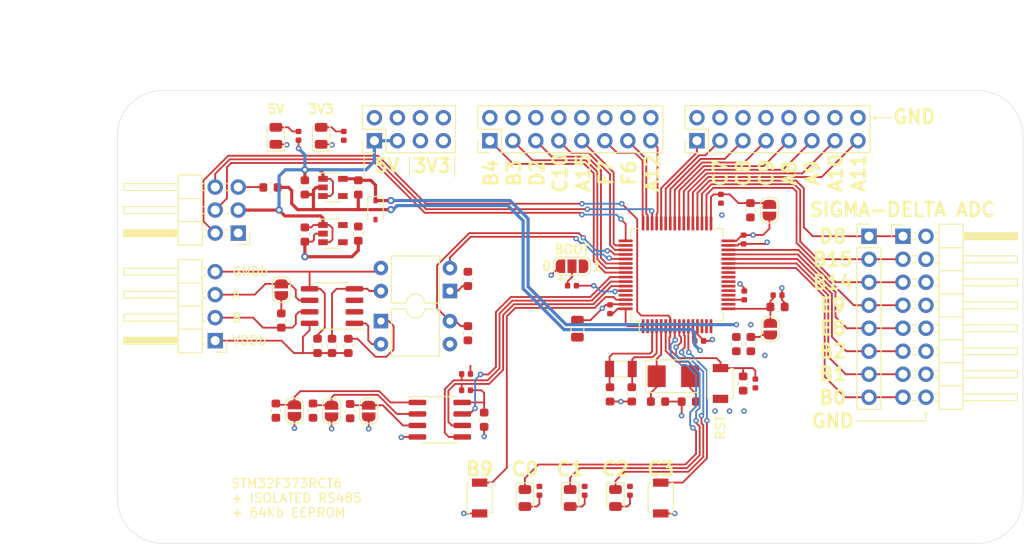
<source format=kicad_pcb>
(kicad_pcb (version 20171130) (host pcbnew "(5.1.6)-1")
  (layers (0 F.Cu signal) (31 B.Cu signal) (34 B.Paste user) (35 F.Paste user) (36 B.SilkS user) (37 F.SilkS user) (38 B.Mask user) (39 F.Mask user) (44 Edge.Cuts user))
  (net 0 "")
  (net 1 GND)
  (net 2 GNDA)
  (net 3 VDDA)
  (net 4 VDD)
  (net 5 "/ISOLATED RS485/VDD_BUS")
  (net 6 "/ISOLATED RS485/GND_BUS")
  (net 7 +5V)
  (net 8 GPIO_A12)
  (net 9 "/ISOLATED RS485/~Receiver_ENABLE")
  (net 10 "/ISOLATED RS485/Driver_ENABLE")
  (net 11 "/ISOLATED RS485/RX_(out)_iso")
  (net 12 "/ISOLATED RS485/TX_(in)_iso")
  (net 13 LED_1)
  (net 14 LED_2)
  (net 15 "/ISOLATED RS485/RS485_B")
  (net 16 "/ISOLATED RS485/RS485_A")
  (net 17 "Net-(C7-Pad1)")
  (net 18 "Net-(C8-Pad1)")
  (net 19 "Net-(C9-Pad1)")
  (net 20 "Net-(C10-Pad1)")
  (net 21 "Net-(JP1-Pad1)")
  (net 22 "Net-(U2-Pad4)")
  (net 23 /STM32F373RCT6/VREFSD+)
  (net 24 /STM32F373RCT6/VREF+)
  (net 25 /SD_8)
  (net 26 /SD_7)
  (net 27 /SD_6)
  (net 28 /SD_5)
  (net 29 /SD_4)
  (net 30 /SD_3)
  (net 31 /SD_2)
  (net 32 /SD_1)
  (net 33 /STM32F373RCT6/BOOT0)
  (net 34 "Net-(U1-Pad4)")
  (net 35 /EEPROM/E2)
  (net 36 /EEPROM/E1)
  (net 37 /EEPROM/E0)
  (net 38 /uC_reset)
  (net 39 /uC_SWD_CLK)
  (net 40 /uC_SWD_DIO)
  (net 41 /STM32F373RCT6/I2C_1_SDA)
  (net 42 /STM32F373RCT6/I2C_1_SCL)
  (net 43 "/ISOLATED RS485/RX_(out)")
  (net 44 "/ISOLATED RS485/TX_(in)")
  (net 45 /STM32F373RCT6/GPIO_PB5)
  (net 46 "Net-(U6-Pad61)")
  (net 47 "Net-(U6-Pad23)")
  (net 48 "Net-(U6-Pad22)")
  (net 49 "Net-(U6-Pad21)")
  (net 50 "Net-(U6-Pad20)")
  (net 51 "Net-(U6-Pad18)")
  (net 52 "Net-(U6-Pad16)")
  (net 53 "Net-(U6-Pad15)")
  (net 54 "Net-(U6-Pad14)")
  (net 55 "Net-(U6-Pad2)")
  (net 56 "Net-(D3-Pad2)")
  (net 57 "Net-(D4-Pad2)")
  (net 58 "Net-(D5-Pad2)")
  (net 59 "Net-(R8-Pad2)")
  (net 60 "Net-(R11-Pad1)")
  (net 61 "Net-(R12-Pad2)")
  (net 62 /A11)
  (net 63 /A10)
  (net 64 /A9)
  (net 65 /A8)
  (net 66 /C9)
  (net 67 /C8)
  (net 68 /C7)
  (net 69 /C6)
  (net 70 /F6)
  (net 71 /F7)
  (net 72 /A15)
  (net 73 /C10)
  (net 74 /D2)
  (net 75 /B3)
  (net 76 /B4)
  (net 77 /STM32F373RCT6/C0)
  (net 78 /STM32F373RCT6/C1)
  (net 79 /STM32F373RCT6/C2)
  (net 80 /STM32F373RCT6/B9)
  (net 81 /STM32F373RCT6/C3)
  (net 82 "Net-(D7-Pad2)")
  (net 83 "Net-(D8-Pad2)")
  (module Connector_PinHeader_2.54mm:PinHeader_2x04_P2.54mm_Vertical (layer F.Cu) (at 113.38 88.54 90)
    (fp_text reference J7 hide)
    (fp_text value Conn_02x04_Odd_Even)
    (pad 8 thru_hole oval (at 2.54 7.62 90) (size 1.7 1.7) (drill 1) (layers *.Cu *.Mask) (net 1 GND))
    (pad 7 thru_hole oval (at 0 7.62 90) (size 1.7 1.7) (drill 1) (layers *.Cu *.Mask) (net 4 VDD))
    (pad 6 thru_hole oval (at 2.54 5.08 90) (size 1.7 1.7) (drill 1) (layers *.Cu *.Mask) (net 1 GND))
    (pad 5 thru_hole oval (at 0 5.08 90) (size 1.7 1.7) (drill 1) (layers *.Cu *.Mask) (net 4 VDD))
    (pad 4 thru_hole oval (at 2.54 2.54 90) (size 1.7 1.7) (drill 1) (layers *.Cu *.Mask) (net 1 GND))
    (pad 3 thru_hole oval (at 0 2.54 90) (size 1.7 1.7) (drill 1) (layers *.Cu *.Mask) (net 7 +5V))
    (pad 2 thru_hole oval (at 2.54 0 90) (size 1.7 1.7) (drill 1) (layers *.Cu *.Mask) (net 1 GND))
    (pad 1 thru_hole rect (at 0 0 90) (size 1.7 1.7) (drill 1) (layers *.Cu *.Mask) (net 7 +5V))
  )
  (module Connector_PinHeader_2.54mm:PinHeader_2x08_P2.54mm_Vertical (layer F.Cu) (at 149 88.54 90)
    (fp_text reference J5 hide)
    (fp_text value Conn_02x08_Odd_Even)
    (pad 16 thru_hole oval (at 2.54 17.78 90) (size 1.7 1.7) (drill 1) (layers *.Cu *.Mask) (net 1 GND))
    (pad 15 thru_hole oval (at 0 17.78 90) (size 1.7 1.7) (drill 1) (layers *.Cu *.Mask) (net 62 /A11))
    (pad 14 thru_hole oval (at 2.54 15.24 90) (size 1.7 1.7) (drill 1) (layers *.Cu *.Mask) (net 1 GND))
    (pad 13 thru_hole oval (at 0 15.24 90) (size 1.7 1.7) (drill 1) (layers *.Cu *.Mask) (net 63 /A10))
    (pad 12 thru_hole oval (at 2.54 12.7 90) (size 1.7 1.7) (drill 1) (layers *.Cu *.Mask) (net 1 GND))
    (pad 11 thru_hole oval (at 0 12.7 90) (size 1.7 1.7) (drill 1) (layers *.Cu *.Mask) (net 64 /A9))
    (pad 10 thru_hole oval (at 2.54 10.16 90) (size 1.7 1.7) (drill 1) (layers *.Cu *.Mask) (net 1 GND))
    (pad 9 thru_hole oval (at 0 10.16 90) (size 1.7 1.7) (drill 1) (layers *.Cu *.Mask) (net 65 /A8))
    (pad 8 thru_hole oval (at 2.54 7.62 90) (size 1.7 1.7) (drill 1) (layers *.Cu *.Mask) (net 1 GND))
    (pad 7 thru_hole oval (at 0 7.62 90) (size 1.7 1.7) (drill 1) (layers *.Cu *.Mask) (net 66 /C9))
    (pad 6 thru_hole oval (at 2.54 5.08 90) (size 1.7 1.7) (drill 1) (layers *.Cu *.Mask) (net 1 GND))
    (pad 5 thru_hole oval (at 0 5.08 90) (size 1.7 1.7) (drill 1) (layers *.Cu *.Mask) (net 67 /C8))
    (pad 4 thru_hole oval (at 2.54 2.54 90) (size 1.7 1.7) (drill 1) (layers *.Cu *.Mask) (net 1 GND))
    (pad 3 thru_hole oval (at 0 2.54 90) (size 1.7 1.7) (drill 1) (layers *.Cu *.Mask) (net 68 /C7))
    (pad 2 thru_hole oval (at 2.54 0 90) (size 1.7 1.7) (drill 1) (layers *.Cu *.Mask) (net 1 GND))
    (pad 1 thru_hole rect (at 0 0 90) (size 1.7 1.7) (drill 1) (layers *.Cu *.Mask) (net 69 /C6))
  )
  (module Resistor_SMD:R_0402_1005Metric (layer F.Cu) (at 105 88 270)
    (fp_text reference R18 hide)
    (fp_text value 510)
    (pad 2 smd roundrect (at 0.485 0 270) (size 0.59 0.64) (layers F.Cu F.Paste F.Mask) (net 7 +5V))
    (pad 1 smd roundrect (at -0.485 0 270) (size 0.59 0.64) (layers F.Cu F.Paste F.Mask) (net 83 "Net-(D8-Pad2)"))
  )
  (module Resistor_SMD:R_0402_1005Metric (layer F.Cu) (at 110 88 270)
    (fp_text reference R17 hide)
    (fp_text value 510)
    (pad 2 smd roundrect (at 0.485 0 270) (size 0.59 0.64) (layers F.Cu F.Paste F.Mask) (net 4 VDD))
    (pad 1 smd roundrect (at -0.485 0 270) (size 0.59 0.64) (layers F.Cu F.Paste F.Mask) (net 82 "Net-(D7-Pad2)"))
  )
  (module LED_SMD:LED_0805_2012Metric (layer F.Cu) (at 102.5 88 90)
    (fp_text reference D8 hide)
    (fp_text value LED)
    (pad 2 smd roundrect (at 0.9375 0 90) (size 0.975 1.4) (layers F.Cu F.Paste F.Mask) (net 83 "Net-(D8-Pad2)"))
    (pad 1 smd roundrect (at -0.9375 0 90) (size 0.975 1.4) (layers F.Cu F.Paste F.Mask) (net 1 GND))
  )
  (module LED_SMD:LED_0805_2012Metric (layer F.Cu) (at 107.5 88 90)
    (fp_text reference D7 hide)
    (fp_text value LED)
    (pad 2 smd roundrect (at 0.9375 0 90) (size 0.975 1.4) (layers F.Cu F.Paste F.Mask) (net 82 "Net-(D7-Pad2)"))
    (pad 1 smd roundrect (at -0.9375 0 90) (size 0.975 1.4) (layers F.Cu F.Paste F.Mask) (net 1 GND))
  )
  (module Jumper:SolderJumper-2_P1.3mm_Open_RoundedPad1.0x1.5mm (layer F.Cu) (at 157.005 96.22 90)
    (fp_text reference JP4 hide)
    (fp_text value Jumper)
    (pad 2 smd custom (at 0.65 0 90) (size 1 0.5) (layers F.Cu F.Mask) (net 23 /STM32F373RCT6/VREFSD+) (options (clearance outline) (anchor rect)) (primitives (gr_circle (center 0 0.25) (end 0.5 0.25) (width 0)) (gr_circle (center 0 -0.25) (end 0.5 -0.25) (width 0)) (gr_poly (pts (xy 0 -0.75) (xy -0.5 -0.75) (xy -0.5 0.75) (xy 0 0.75)) (width 0))))
    (pad 1 smd custom (at -0.65 0 90) (size 1 0.5) (layers F.Cu F.Mask) (net 3 VDDA) (options (clearance outline) (anchor rect)) (primitives (gr_circle (center 0 0.25) (end 0.5 0.25) (width 0)) (gr_circle (center 0 -0.25) (end 0.5 -0.25) (width 0)) (gr_poly (pts (xy 0 -0.75) (xy 0.5 -0.75) (xy 0.5 0.75) (xy 0 0.75)) (width 0))))
  )
  (module Jumper:SolderJumper-2_P1.3mm_Open_RoundedPad1.0x1.5mm (layer F.Cu) (at 157.1 109.35 90)
    (fp_text reference JP3 hide)
    (fp_text value Jumper)
    (pad 2 smd custom (at 0.65 0 90) (size 1 0.5) (layers F.Cu F.Mask) (net 24 /STM32F373RCT6/VREF+) (options (clearance outline) (anchor rect)) (primitives (gr_circle (center 0 0.25) (end 0.5 0.25) (width 0)) (gr_circle (center 0 -0.25) (end 0.5 -0.25) (width 0)) (gr_poly (pts (xy 0 -0.75) (xy -0.5 -0.75) (xy -0.5 0.75) (xy 0 0.75)) (width 0))))
    (pad 1 smd custom (at -0.65 0 90) (size 1 0.5) (layers F.Cu F.Mask) (net 3 VDDA) (options (clearance outline) (anchor rect)) (primitives (gr_circle (center 0 0.25) (end 0.5 0.25) (width 0)) (gr_circle (center 0 -0.25) (end 0.5 -0.25) (width 0)) (gr_poly (pts (xy 0 -0.75) (xy 0.5 -0.75) (xy 0.5 0.75) (xy 0 0.75)) (width 0))))
  )
  (module Capacitor_SMD:C_0402_1005Metric (layer F.Cu) (at 151.65 94.95 270)
    (fp_text reference C15 hide)
    (fp_text value 10n)
    (pad 2 smd roundrect (at 0.485 0 270) (size 0.59 0.64) (layers F.Cu F.Paste F.Mask) (net 2 GNDA))
    (pad 1 smd roundrect (at -0.485 0 270) (size 0.59 0.64) (layers F.Cu F.Paste F.Mask) (net 23 /STM32F373RCT6/VREFSD+))
  )
  (module Connector_PinHeader_2.54mm:PinHeader_1x04_P2.54mm_Horizontal (layer F.Cu) (at 95.8 110.62 180)
    (fp_text reference J1 hide)
    (fp_text value RS485_connector)
    (pad 4 thru_hole oval (at 0 7.62 180) (size 1.7 1.7) (drill 1) (layers *.Cu *.Mask) (net 6 "/ISOLATED RS485/GND_BUS"))
    (pad 3 thru_hole oval (at 0 5.08 180) (size 1.7 1.7) (drill 1) (layers *.Cu *.Mask) (net 16 "/ISOLATED RS485/RS485_A"))
    (pad 2 thru_hole oval (at 0 2.54 180) (size 1.7 1.7) (drill 1) (layers *.Cu *.Mask) (net 15 "/ISOLATED RS485/RS485_B"))
    (pad 1 thru_hole rect (at 0 0 180) (size 1.7 1.7) (drill 1) (layers *.Cu *.Mask) (net 5 "/ISOLATED RS485/VDD_BUS"))
  )
  (module Button_Switch_SMD:SW_SPST_B3U-1000P (layer F.Cu) (at 145 128 90)
    (fp_text reference SW2 hide)
    (fp_text value SW)
    (pad 2 smd rect (at 1.7 0 90) (size 0.9 1.7) (layers F.Cu F.Paste F.Mask) (net 81 /STM32F373RCT6/C3))
    (pad 1 smd rect (at -1.7 0 90) (size 0.9 1.7) (layers F.Cu F.Paste F.Mask) (net 1 GND))
  )
  (module Button_Switch_SMD:SW_SPST_B3U-1000P (layer F.Cu) (at 125 128 90)
    (fp_text reference SW1 hide)
    (fp_text value SW)
    (pad 2 smd rect (at 1.7 0 90) (size 0.9 1.7) (layers F.Cu F.Paste F.Mask) (net 80 /STM32F373RCT6/B9))
    (pad 1 smd rect (at -1.7 0 90) (size 0.9 1.7) (layers F.Cu F.Paste F.Mask) (net 1 GND))
  )
  (module Resistor_SMD:R_0402_1005Metric (layer F.Cu) (at 123.5 114.3 180)
    (fp_text reference R6 hide)
    (fp_text value 4K7)
    (pad 2 smd roundrect (at 0.485 0 180) (size 0.59 0.64) (layers F.Cu F.Paste F.Mask) (net 42 /STM32F373RCT6/I2C_1_SCL))
    (pad 1 smd roundrect (at -0.485 0 180) (size 0.59 0.64) (layers F.Cu F.Paste F.Mask) (net 4 VDD))
  )
  (module Resistor_SMD:R_0402_1005Metric (layer F.Cu) (at 123.5 116.1 180)
    (fp_text reference R5 hide)
    (fp_text value 4K7)
    (pad 2 smd roundrect (at 0.485 0 180) (size 0.59 0.64) (layers F.Cu F.Paste F.Mask) (net 41 /STM32F373RCT6/I2C_1_SDA))
    (pad 1 smd roundrect (at -0.485 0 180) (size 0.59 0.64) (layers F.Cu F.Paste F.Mask) (net 4 VDD))
  )
  (module Resistor_SMD:R_0402_1005Metric (layer F.Cu) (at 141.6 127.2 90)
    (fp_text reference R4 hide)
    (fp_text value 510)
    (pad 2 smd roundrect (at 0.485 0 90) (size 0.59 0.64) (layers F.Cu F.Paste F.Mask) (net 4 VDD))
    (pad 1 smd roundrect (at -0.485 0 90) (size 0.59 0.64) (layers F.Cu F.Paste F.Mask) (net 58 "Net-(D5-Pad2)"))
  )
  (module Resistor_SMD:R_0402_1005Metric (layer F.Cu) (at 136.6 127.2 90)
    (fp_text reference R3 hide)
    (fp_text value 510)
    (pad 2 smd roundrect (at 0.485 0 90) (size 0.59 0.64) (layers F.Cu F.Paste F.Mask) (net 4 VDD))
    (pad 1 smd roundrect (at -0.485 0 90) (size 0.59 0.64) (layers F.Cu F.Paste F.Mask) (net 57 "Net-(D4-Pad2)"))
  )
  (module Resistor_SMD:R_0402_1005Metric (layer F.Cu) (at 131.6 127.2 90)
    (fp_text reference R2 hide)
    (fp_text value 510)
    (pad 2 smd roundrect (at 0.485 0 90) (size 0.59 0.64) (layers F.Cu F.Paste F.Mask) (net 4 VDD))
    (pad 1 smd roundrect (at -0.485 0 90) (size 0.59 0.64) (layers F.Cu F.Paste F.Mask) (net 56 "Net-(D3-Pad2)"))
  )
  (module LED_SMD:LED_0805_2012Metric (layer F.Cu) (at 140 128 270)
    (fp_text reference D5 hide)
    (fp_text value LED)
    (pad 2 smd roundrect (at 0.9375 0 270) (size 0.975 1.4) (layers F.Cu F.Paste F.Mask) (net 58 "Net-(D5-Pad2)"))
    (pad 1 smd roundrect (at -0.9375 0 270) (size 0.975 1.4) (layers F.Cu F.Paste F.Mask) (net 79 /STM32F373RCT6/C2))
  )
  (module LED_SMD:LED_0805_2012Metric (layer F.Cu) (at 135 128 270)
    (fp_text reference D4 hide)
    (fp_text value LED)
    (pad 2 smd roundrect (at 0.9375 0 270) (size 0.975 1.4) (layers F.Cu F.Paste F.Mask) (net 57 "Net-(D4-Pad2)"))
    (pad 1 smd roundrect (at -0.9375 0 270) (size 0.975 1.4) (layers F.Cu F.Paste F.Mask) (net 78 /STM32F373RCT6/C1))
  )
  (module LED_SMD:LED_0805_2012Metric (layer F.Cu) (at 130 128 270)
    (fp_text reference D3 hide)
    (fp_text value LED)
    (pad 2 smd roundrect (at 0.9375 0 270) (size 0.975 1.4) (layers F.Cu F.Paste F.Mask) (net 56 "Net-(D3-Pad2)"))
    (pad 1 smd roundrect (at -0.9375 0 270) (size 0.975 1.4) (layers F.Cu F.Paste F.Mask) (net 77 /STM32F373RCT6/C0))
  )
  (module Resistor_SMD:R_0402_1005Metric (layer F.Cu) (at 135.2 104.55)
    (fp_text reference R12 hide)
    (fp_text value 10K)
    (pad 2 smd roundrect (at 0.485 0) (size 0.59 0.64) (layers F.Cu F.Paste F.Mask) (net 61 "Net-(R12-Pad2)"))
    (pad 1 smd roundrect (at -0.485 0) (size 0.59 0.64) (layers F.Cu F.Paste F.Mask) (net 33 /STM32F373RCT6/BOOT0))
  )
  (module Resistor_SMD:R_0402_1005Metric (layer F.Cu) (at 155.45 115.35 270)
    (fp_text reference R13 hide)
    (fp_text value 10K)
    (pad 2 smd roundrect (at 0.485 0 270) (size 0.59 0.64) (layers F.Cu F.Paste F.Mask) (net 4 VDD))
    (pad 1 smd roundrect (at -0.485 0 270) (size 0.59 0.64) (layers F.Cu F.Paste F.Mask) (net 38 /uC_reset))
  )
  (module Diode_SMD:D_SOD-323 (layer F.Cu) (at 113.5 96.2 270)
    (fp_text reference D6 hide)
    (fp_text value " STPS0530Z")
    (pad 2 smd rect (at 1.05 0 270) (size 0.6 0.45) (layers F.Cu F.Paste F.Mask) (net 4 VDD))
    (pad 1 smd rect (at -1.05 0 270) (size 0.6 0.45) (layers F.Cu F.Paste F.Mask) (net 3 VDDA))
  )
  (module Button_Switch_SMD:SW_SPST_B3U-1000P (layer F.Cu) (at 151.6 115.35 270)
    (fp_text reference SW3 hide)
    (fp_text value SW_RESET)
    (pad 2 smd rect (at 1.7 0 270) (size 0.9 1.7) (layers F.Cu F.Paste F.Mask) (net 1 GND))
    (pad 1 smd rect (at -1.7 0 270) (size 0.9 1.7) (layers F.Cu F.Paste F.Mask) (net 38 /uC_reset))
  )
  (module Capacitor_SMD:C_0402_1005Metric (layer F.Cu) (at 139.4 107.15 90)
    (fp_text reference C20 hide)
    (fp_text value 100n)
    (pad 2 smd roundrect (at 0.485 0 90) (size 0.59 0.64) (layers F.Cu F.Paste F.Mask) (net 1 GND))
    (pad 1 smd roundrect (at -0.485 0 90) (size 0.59 0.64) (layers F.Cu F.Paste F.Mask) (net 4 VDD))
  )
  (module Capacitor_SMD:C_0402_1005Metric (layer F.Cu) (at 154.225 105.625 90)
    (fp_text reference C19 hide)
    (fp_text value 100n)
    (pad 2 smd roundrect (at 0.485 0 90) (size 0.59 0.64) (layers F.Cu F.Paste F.Mask) (net 1 GND))
    (pad 1 smd roundrect (at -0.485 0 90) (size 0.59 0.64) (layers F.Cu F.Paste F.Mask) (net 4 VDD))
  )
  (module Capacitor_SMD:C_0402_1005Metric (layer F.Cu) (at 157.9 105.6)
    (fp_text reference C17 hide)
    (fp_text value 10n)
    (pad 2 smd roundrect (at 0.485 0) (size 0.59 0.64) (layers F.Cu F.Paste F.Mask) (net 2 GNDA))
    (pad 1 smd roundrect (at -0.485 0) (size 0.59 0.64) (layers F.Cu F.Paste F.Mask) (net 24 /STM32F373RCT6/VREF+))
  )
  (module Capacitor_SMD:C_0402_1005Metric (layer F.Cu) (at 154.15 99.45 270)
    (fp_text reference C13 hide)
    (fp_text value 10n)
    (pad 2 smd roundrect (at 0.485 0 270) (size 0.59 0.64) (layers F.Cu F.Paste F.Mask) (net 2 GNDA))
    (pad 1 smd roundrect (at -0.485 0 270) (size 0.59 0.64) (layers F.Cu F.Paste F.Mask) (net 3 VDDA))
  )
  (module Capacitor_SMD:C_0402_1005Metric (layer F.Cu) (at 149.25 110.65 180)
    (fp_text reference C6 hide)
    (fp_text value 10n)
    (pad 2 smd roundrect (at 0.485 0 180) (size 0.59 0.64) (layers F.Cu F.Paste F.Mask) (net 2 GNDA))
    (pad 1 smd roundrect (at -0.485 0 180) (size 0.59 0.64) (layers F.Cu F.Paste F.Mask) (net 3 VDDA))
  )
  (module Package_SO:SOIC-8_3.9x4.9mm_P1.27mm (layer F.Cu) (at 120.6 119.35)
    (fp_text reference U7 hide)
    (fp_text value M24C64-FDW)
    (pad 8 smd roundrect (at 2.475 -1.905) (size 1.95 0.6) (layers F.Cu F.Paste F.Mask) (net 4 VDD))
    (pad 7 smd roundrect (at 2.475 -0.635) (size 1.95 0.6) (layers F.Cu F.Paste F.Mask) (net 45 /STM32F373RCT6/GPIO_PB5))
    (pad 6 smd roundrect (at 2.475 0.635) (size 1.95 0.6) (layers F.Cu F.Paste F.Mask) (net 41 /STM32F373RCT6/I2C_1_SDA))
    (pad 5 smd roundrect (at 2.475 1.905) (size 1.95 0.6) (layers F.Cu F.Paste F.Mask) (net 42 /STM32F373RCT6/I2C_1_SCL))
    (pad 4 smd roundrect (at -2.475 1.905) (size 1.95 0.6) (layers F.Cu F.Paste F.Mask) (net 1 GND))
    (pad 3 smd roundrect (at -2.475 0.635) (size 1.95 0.6) (layers F.Cu F.Paste F.Mask) (net 35 /EEPROM/E2))
    (pad 2 smd roundrect (at -2.475 -0.635) (size 1.95 0.6) (layers F.Cu F.Paste F.Mask) (net 36 /EEPROM/E1))
    (pad 1 smd roundrect (at -2.475 -1.905) (size 1.95 0.6) (layers F.Cu F.Paste F.Mask) (net 37 /EEPROM/E0))
  )
  (module Resistor_SMD:R_0603_1608Metric (layer F.Cu) (at 102.5 118.35 90)
    (fp_text reference R16 hide)
    (fp_text value 47K)
    (pad 2 smd roundrect (at 0.7875 0 90) (size 0.875 0.95) (layers F.Cu F.Paste F.Mask) (net 37 /EEPROM/E0))
    (pad 1 smd roundrect (at -0.7875 0 90) (size 0.875 0.95) (layers F.Cu F.Paste F.Mask) (net 4 VDD))
  )
  (module Resistor_SMD:R_0603_1608Metric (layer F.Cu) (at 106.6 118.35 90)
    (fp_text reference R15 hide)
    (fp_text value 47K)
    (pad 2 smd roundrect (at 0.7875 0 90) (size 0.875 0.95) (layers F.Cu F.Paste F.Mask) (net 36 /EEPROM/E1))
    (pad 1 smd roundrect (at -0.7875 0 90) (size 0.875 0.95) (layers F.Cu F.Paste F.Mask) (net 4 VDD))
  )
  (module Resistor_SMD:R_0603_1608Metric (layer F.Cu) (at 110.7 118.4 90)
    (fp_text reference R14 hide)
    (fp_text value 47K)
    (pad 2 smd roundrect (at 0.7875 0 90) (size 0.875 0.95) (layers F.Cu F.Paste F.Mask) (net 35 /EEPROM/E2))
    (pad 1 smd roundrect (at -0.7875 0 90) (size 0.875 0.95) (layers F.Cu F.Paste F.Mask) (net 4 VDD))
  )
  (module Jumper:SolderJumper-2_P1.3mm_Open_RoundedPad1.0x1.5mm (layer F.Cu) (at 104.55 118.35 90)
    (fp_text reference JP7 hide)
    (fp_text value Jumper)
    (pad 2 smd custom (at 0.65 0 90) (size 1 0.5) (layers F.Cu F.Mask) (net 37 /EEPROM/E0) (options (clearance outline) (anchor rect)) (primitives (gr_circle (center 0 0.25) (end 0.5 0.25) (width 0)) (gr_circle (center 0 -0.25) (end 0.5 -0.25) (width 0)) (gr_poly (pts (xy 0 -0.75) (xy -0.5 -0.75) (xy -0.5 0.75) (xy 0 0.75)) (width 0))))
    (pad 1 smd custom (at -0.65 0 90) (size 1 0.5) (layers F.Cu F.Mask) (net 1 GND) (options (clearance outline) (anchor rect)) (primitives (gr_circle (center 0 0.25) (end 0.5 0.25) (width 0)) (gr_circle (center 0 -0.25) (end 0.5 -0.25) (width 0)) (gr_poly (pts (xy 0 -0.75) (xy 0.5 -0.75) (xy 0.5 0.75) (xy 0 0.75)) (width 0))))
  )
  (module Jumper:SolderJumper-2_P1.3mm_Open_RoundedPad1.0x1.5mm (layer F.Cu) (at 108.65 118.4 90)
    (fp_text reference JP6 hide)
    (fp_text value Jumper)
    (pad 2 smd custom (at 0.65 0 90) (size 1 0.5) (layers F.Cu F.Mask) (net 36 /EEPROM/E1) (options (clearance outline) (anchor rect)) (primitives (gr_circle (center 0 0.25) (end 0.5 0.25) (width 0)) (gr_circle (center 0 -0.25) (end 0.5 -0.25) (width 0)) (gr_poly (pts (xy 0 -0.75) (xy -0.5 -0.75) (xy -0.5 0.75) (xy 0 0.75)) (width 0))))
    (pad 1 smd custom (at -0.65 0 90) (size 1 0.5) (layers F.Cu F.Mask) (net 1 GND) (options (clearance outline) (anchor rect)) (primitives (gr_circle (center 0 0.25) (end 0.5 0.25) (width 0)) (gr_circle (center 0 -0.25) (end 0.5 -0.25) (width 0)) (gr_poly (pts (xy 0 -0.75) (xy 0.5 -0.75) (xy 0.5 0.75) (xy 0 0.75)) (width 0))))
  )
  (module Jumper:SolderJumper-2_P1.3mm_Open_RoundedPad1.0x1.5mm (layer F.Cu) (at 112.75 118.4 90)
    (fp_text reference JP5 hide)
    (fp_text value Jumper)
    (pad 2 smd custom (at 0.65 0 90) (size 1 0.5) (layers F.Cu F.Mask) (net 35 /EEPROM/E2) (options (clearance outline) (anchor rect)) (primitives (gr_circle (center 0 0.25) (end 0.5 0.25) (width 0)) (gr_circle (center 0 -0.25) (end 0.5 -0.25) (width 0)) (gr_poly (pts (xy 0 -0.75) (xy -0.5 -0.75) (xy -0.5 0.75) (xy 0 0.75)) (width 0))))
    (pad 1 smd custom (at -0.65 0 90) (size 1 0.5) (layers F.Cu F.Mask) (net 1 GND) (options (clearance outline) (anchor rect)) (primitives (gr_circle (center 0 0.25) (end 0.5 0.25) (width 0)) (gr_circle (center 0 -0.25) (end 0.5 -0.25) (width 0)) (gr_poly (pts (xy 0 -0.75) (xy 0.5 -0.75) (xy 0.5 0.75) (xy 0 0.75)) (width 0))))
  )
  (module Capacitor_SMD:C_0603_1608Metric (layer F.Cu) (at 125.5 119.35 90)
    (fp_text reference C22 hide)
    (fp_text value 100n)
    (pad 2 smd roundrect (at 0.7875 0 90) (size 0.875 0.95) (layers F.Cu F.Paste F.Mask) (net 4 VDD))
    (pad 1 smd roundrect (at -0.7875 0 90) (size 0.875 0.95) (layers F.Cu F.Paste F.Mask) (net 1 GND))
  )
  (module Resistor_SMD:R_0603_1608Metric (layer F.Cu) (at 101.9 93.7)
    (fp_text reference R1 hide)
    (fp_text value 0)
    (pad 2 smd roundrect (at 0.7875 0) (size 0.875 0.95) (layers F.Cu F.Paste F.Mask) (net 2 GNDA))
    (pad 1 smd roundrect (at -0.7875 0) (size 0.875 0.95) (layers F.Cu F.Paste F.Mask) (net 1 GND))
  )
  (module Crystal:Crystal_SMD_3215-2Pin_3.2x1.5mm (layer F.Cu) (at 140.6 113.75 180)
    (fp_text reference Y2 hide)
    (fp_text value 32768)
    (pad 2 smd rect (at -1.25 0 180) (size 1 1.8) (layers F.Cu F.Paste F.Mask) (net 20 "Net-(C10-Pad1)"))
    (pad 1 smd rect (at 1.25 0 180) (size 1 1.8) (layers F.Cu F.Paste F.Mask) (net 19 "Net-(C9-Pad1)"))
  )
  (module Crystal:Crystal_SMD_5032-2Pin_5.0x3.2mm (layer F.Cu) (at 146.4 114.55)
    (fp_text reference Y1 hide)
    (fp_text value 8M)
    (pad 2 smd rect (at 1.85 0) (size 2 2.4) (layers F.Cu F.Paste F.Mask) (net 18 "Net-(C8-Pad1)"))
    (pad 1 smd rect (at -1.85 0) (size 2 2.4) (layers F.Cu F.Paste F.Mask) (net 17 "Net-(C7-Pad1)"))
  )
  (module Package_QFP:LQFP-64_10x10mm_P0.5mm (layer F.Cu) (at 146.8 103.35 90)
    (fp_text reference U6 hide)
    (fp_text value STM32F373RCTx)
    (pad 64 smd roundrect (at -3.75 -5.675 90) (size 0.3 1.55) (layers F.Cu F.Paste F.Mask) (net 4 VDD))
    (pad 63 smd roundrect (at -3.25 -5.675 90) (size 0.3 1.55) (layers F.Cu F.Paste F.Mask) (net 1 GND))
    (pad 62 smd roundrect (at -2.75 -5.675 90) (size 0.3 1.55) (layers F.Cu F.Paste F.Mask) (net 80 /STM32F373RCT6/B9))
    (pad 61 smd roundrect (at -2.25 -5.675 90) (size 0.3 1.55) (layers F.Cu F.Paste F.Mask) (net 46 "Net-(U6-Pad61)"))
    (pad 60 smd roundrect (at -1.75 -5.675 90) (size 0.3 1.55) (layers F.Cu F.Paste F.Mask) (net 61 "Net-(R12-Pad2)"))
    (pad 59 smd roundrect (at -1.25 -5.675 90) (size 0.3 1.55) (layers F.Cu F.Paste F.Mask) (net 41 /STM32F373RCT6/I2C_1_SDA))
    (pad 58 smd roundrect (at -0.75 -5.675 90) (size 0.3 1.55) (layers F.Cu F.Paste F.Mask) (net 42 /STM32F373RCT6/I2C_1_SCL))
    (pad 57 smd roundrect (at -0.25 -5.675 90) (size 0.3 1.55) (layers F.Cu F.Paste F.Mask) (net 45 /STM32F373RCT6/GPIO_PB5))
    (pad 56 smd roundrect (at 0.25 -5.675 90) (size 0.3 1.55) (layers F.Cu F.Paste F.Mask) (net 76 /B4))
    (pad 55 smd roundrect (at 0.75 -5.675 90) (size 0.3 1.55) (layers F.Cu F.Paste F.Mask) (net 75 /B3))
    (pad 54 smd roundrect (at 1.25 -5.675 90) (size 0.3 1.55) (layers F.Cu F.Paste F.Mask) (net 74 /D2))
    (pad 53 smd roundrect (at 1.75 -5.675 90) (size 0.3 1.55) (layers F.Cu F.Paste F.Mask) (net 44 "/ISOLATED RS485/TX_(in)"))
    (pad 52 smd roundrect (at 2.25 -5.675 90) (size 0.3 1.55) (layers F.Cu F.Paste F.Mask) (net 43 "/ISOLATED RS485/RX_(out)"))
    (pad 51 smd roundrect (at 2.75 -5.675 90) (size 0.3 1.55) (layers F.Cu F.Paste F.Mask) (net 73 /C10))
    (pad 50 smd roundrect (at 3.25 -5.675 90) (size 0.3 1.55) (layers F.Cu F.Paste F.Mask) (net 72 /A15))
    (pad 49 smd roundrect (at 3.75 -5.675 90) (size 0.3 1.55) (layers F.Cu F.Paste F.Mask) (net 39 /uC_SWD_CLK))
    (pad 48 smd roundrect (at 5.675 -3.75 90) (size 1.55 0.3) (layers F.Cu F.Paste F.Mask) (net 71 /F7))
    (pad 47 smd roundrect (at 5.675 -3.25 90) (size 1.55 0.3) (layers F.Cu F.Paste F.Mask) (net 70 /F6))
    (pad 46 smd roundrect (at 5.675 -2.75 90) (size 1.55 0.3) (layers F.Cu F.Paste F.Mask) (net 40 /uC_SWD_DIO))
    (pad 45 smd roundrect (at 5.675 -2.25 90) (size 1.55 0.3) (layers F.Cu F.Paste F.Mask) (net 8 GPIO_A12))
    (pad 44 smd roundrect (at 5.675 -1.75 90) (size 1.55 0.3) (layers F.Cu F.Paste F.Mask) (net 69 /C6))
    (pad 43 smd roundrect (at 5.675 -1.25 90) (size 1.55 0.3) (layers F.Cu F.Paste F.Mask) (net 68 /C7))
    (pad 42 smd roundrect (at 5.675 -0.75 90) (size 1.55 0.3) (layers F.Cu F.Paste F.Mask) (net 67 /C8))
    (pad 41 smd roundrect (at 5.675 -0.25 90) (size 1.55 0.3) (layers F.Cu F.Paste F.Mask) (net 66 /C9))
    (pad 40 smd roundrect (at 5.675 0.25 90) (size 1.55 0.3) (layers F.Cu F.Paste F.Mask) (net 65 /A8))
    (pad 39 smd roundrect (at 5.675 0.75 90) (size 1.55 0.3) (layers F.Cu F.Paste F.Mask) (net 64 /A9))
    (pad 38 smd roundrect (at 5.675 1.25 90) (size 1.55 0.3) (layers F.Cu F.Paste F.Mask) (net 63 /A10))
    (pad 37 smd roundrect (at 5.675 1.75 90) (size 1.55 0.3) (layers F.Cu F.Paste F.Mask) (net 62 /A11))
    (pad 36 smd roundrect (at 5.675 2.25 90) (size 1.55 0.3) (layers F.Cu F.Paste F.Mask) (net 32 /SD_1))
    (pad 35 smd roundrect (at 5.675 2.75 90) (size 1.55 0.3) (layers F.Cu F.Paste F.Mask) (net 31 /SD_2))
    (pad 34 smd roundrect (at 5.675 3.25 90) (size 1.55 0.3) (layers F.Cu F.Paste F.Mask) (net 30 /SD_3))
    (pad 33 smd roundrect (at 5.675 3.75 90) (size 1.55 0.3) (layers F.Cu F.Paste F.Mask) (net 23 /STM32F373RCT6/VREFSD+))
    (pad 32 smd roundrect (at 3.75 5.675 90) (size 0.3 1.55) (layers F.Cu F.Paste F.Mask) (net 3 VDDA))
    (pad 31 smd roundrect (at 3.25 5.675 90) (size 0.3 1.55) (layers F.Cu F.Paste F.Mask) (net 2 GNDA))
    (pad 30 smd roundrect (at 2.75 5.675 90) (size 0.3 1.55) (layers F.Cu F.Paste F.Mask) (net 29 /SD_4))
    (pad 29 smd roundrect (at 2.25 5.675 90) (size 0.3 1.55) (layers F.Cu F.Paste F.Mask) (net 28 /SD_5))
    (pad 28 smd roundrect (at 1.75 5.675 90) (size 0.3 1.55) (layers F.Cu F.Paste F.Mask) (net 27 /SD_6))
    (pad 27 smd roundrect (at 1.25 5.675 90) (size 0.3 1.55) (layers F.Cu F.Paste F.Mask) (net 26 /SD_7))
    (pad 26 smd roundrect (at 0.75 5.675 90) (size 0.3 1.55) (layers F.Cu F.Paste F.Mask) (net 25 /SD_8))
    (pad 25 smd roundrect (at 0.25 5.675 90) (size 0.3 1.55) (layers F.Cu F.Paste F.Mask) (net 13 LED_1))
    (pad 24 smd roundrect (at -0.25 5.675 90) (size 0.3 1.55) (layers F.Cu F.Paste F.Mask) (net 14 LED_2))
    (pad 23 smd roundrect (at -0.75 5.675 90) (size 0.3 1.55) (layers F.Cu F.Paste F.Mask) (net 47 "Net-(U6-Pad23)"))
    (pad 22 smd roundrect (at -1.25 5.675 90) (size 0.3 1.55) (layers F.Cu F.Paste F.Mask) (net 48 "Net-(U6-Pad22)"))
    (pad 21 smd roundrect (at -1.75 5.675 90) (size 0.3 1.55) (layers F.Cu F.Paste F.Mask) (net 49 "Net-(U6-Pad21)"))
    (pad 20 smd roundrect (at -2.25 5.675 90) (size 0.3 1.55) (layers F.Cu F.Paste F.Mask) (net 50 "Net-(U6-Pad20)"))
    (pad 19 smd roundrect (at -2.75 5.675 90) (size 0.3 1.55) (layers F.Cu F.Paste F.Mask) (net 4 VDD))
    (pad 18 smd roundrect (at -3.25 5.675 90) (size 0.3 1.55) (layers F.Cu F.Paste F.Mask) (net 51 "Net-(U6-Pad18)"))
    (pad 17 smd roundrect (at -3.75 5.675 90) (size 0.3 1.55) (layers F.Cu F.Paste F.Mask) (net 24 /STM32F373RCT6/VREF+))
    (pad 16 smd roundrect (at -5.675 3.75 90) (size 1.55 0.3) (layers F.Cu F.Paste F.Mask) (net 52 "Net-(U6-Pad16)"))
    (pad 15 smd roundrect (at -5.675 3.25 90) (size 1.55 0.3) (layers F.Cu F.Paste F.Mask) (net 53 "Net-(U6-Pad15)"))
    (pad 14 smd roundrect (at -5.675 2.75 90) (size 1.55 0.3) (layers F.Cu F.Paste F.Mask) (net 54 "Net-(U6-Pad14)"))
    (pad 13 smd roundrect (at -5.675 2.25 90) (size 1.55 0.3) (layers F.Cu F.Paste F.Mask) (net 3 VDDA))
    (pad 12 smd roundrect (at -5.675 1.75 90) (size 1.55 0.3) (layers F.Cu F.Paste F.Mask) (net 2 GNDA))
    (pad 11 smd roundrect (at -5.675 1.25 90) (size 1.55 0.3) (layers F.Cu F.Paste F.Mask) (net 81 /STM32F373RCT6/C3))
    (pad 10 smd roundrect (at -5.675 0.75 90) (size 1.55 0.3) (layers F.Cu F.Paste F.Mask) (net 79 /STM32F373RCT6/C2))
    (pad 9 smd roundrect (at -5.675 0.25 90) (size 1.55 0.3) (layers F.Cu F.Paste F.Mask) (net 78 /STM32F373RCT6/C1))
    (pad 8 smd roundrect (at -5.675 -0.25 90) (size 1.55 0.3) (layers F.Cu F.Paste F.Mask) (net 77 /STM32F373RCT6/C0))
    (pad 7 smd roundrect (at -5.675 -0.75 90) (size 1.55 0.3) (layers F.Cu F.Paste F.Mask) (net 38 /uC_reset))
    (pad 6 smd roundrect (at -5.675 -1.25 90) (size 1.55 0.3) (layers F.Cu F.Paste F.Mask) (net 18 "Net-(C8-Pad1)"))
    (pad 5 smd roundrect (at -5.675 -1.75 90) (size 1.55 0.3) (layers F.Cu F.Paste F.Mask) (net 17 "Net-(C7-Pad1)"))
    (pad 4 smd roundrect (at -5.675 -2.25 90) (size 1.55 0.3) (layers F.Cu F.Paste F.Mask) (net 20 "Net-(C10-Pad1)"))
    (pad 3 smd roundrect (at -5.675 -2.75 90) (size 1.55 0.3) (layers F.Cu F.Paste F.Mask) (net 19 "Net-(C9-Pad1)"))
    (pad 2 smd roundrect (at -5.675 -3.25 90) (size 1.55 0.3) (layers F.Cu F.Paste F.Mask) (net 55 "Net-(U6-Pad2)"))
    (pad 1 smd roundrect (at -5.675 -3.75 90) (size 1.55 0.3) (layers F.Cu F.Paste F.Mask) (net 4 VDD))
  )
  (module Package_TO_SOT_SMD:SOT-23-5 (layer F.Cu) (at 108.8 93.7)
    (fp_text reference U2 hide)
    (fp_text value AP2127K-3.3)
    (pad 5 smd rect (at 1.1 -0.95) (size 1.06 0.65) (layers F.Cu F.Paste F.Mask) (net 3 VDDA))
    (pad 4 smd rect (at 1.1 0.95) (size 1.06 0.65) (layers F.Cu F.Paste F.Mask) (net 22 "Net-(U2-Pad4)"))
    (pad 3 smd rect (at -1.1 0.95) (size 1.06 0.65) (layers F.Cu F.Paste F.Mask) (net 7 +5V))
    (pad 2 smd rect (at -1.1 0) (size 1.06 0.65) (layers F.Cu F.Paste F.Mask) (net 2 GNDA))
    (pad 1 smd rect (at -1.1 -0.95) (size 1.06 0.65) (layers F.Cu F.Paste F.Mask) (net 7 +5V))
  )
  (module Package_TO_SOT_SMD:SOT-23-5 (layer F.Cu) (at 108.8 98.8)
    (fp_text reference U1 hide)
    (fp_text value AP2127K-3.3)
    (pad 5 smd rect (at 1.1 -0.95) (size 1.06 0.65) (layers F.Cu F.Paste F.Mask) (net 4 VDD))
    (pad 4 smd rect (at 1.1 0.95) (size 1.06 0.65) (layers F.Cu F.Paste F.Mask) (net 34 "Net-(U1-Pad4)"))
    (pad 3 smd rect (at -1.1 0.95) (size 1.06 0.65) (layers F.Cu F.Paste F.Mask) (net 7 +5V))
    (pad 2 smd rect (at -1.1 0) (size 1.06 0.65) (layers F.Cu F.Paste F.Mask) (net 1 GND))
    (pad 1 smd rect (at -1.1 -0.95) (size 1.06 0.65) (layers F.Cu F.Paste F.Mask) (net 7 +5V))
  )
  (module Jumper:SolderJumper-3_P1.3mm_Open_RoundedPad1.0x1.5mm (layer F.Cu) (at 135.2 102.4)
    (fp_text reference JP2 hide)
    (fp_text value Jumper_BOOT0)
    (pad 2 smd rect (at 0 0) (size 1 1.5) (layers F.Cu F.Mask) (net 33 /STM32F373RCT6/BOOT0))
    (pad 3 smd custom (at 1.3 0) (size 1 0.5) (layers F.Cu F.Mask) (net 4 VDD) (options (clearance outline) (anchor rect)) (primitives (gr_circle (center 0 0.25) (end 0.5 0.25) (width 0)) (gr_circle (center 0 -0.25) (end 0.5 -0.25) (width 0)) (gr_poly (pts (xy -0.55 -0.75) (xy 0 -0.75) (xy 0 0.75) (xy -0.55 0.75)) (width 0))))
    (pad 1 smd custom (at -1.3 0) (size 1 0.5) (layers F.Cu F.Mask) (net 1 GND) (options (clearance outline) (anchor rect)) (primitives (gr_circle (center 0 0.25) (end 0.5 0.25) (width 0)) (gr_circle (center 0 -0.25) (end 0.5 -0.25) (width 0)) (gr_poly (pts (xy 0.55 -0.75) (xy 0 -0.75) (xy 0 0.75) (xy 0.55 0.75)) (width 0))))
  )
  (module Connector_PinHeader_2.54mm:PinHeader_1x08_P2.54mm_Vertical (layer F.Cu) (at 168 99.09)
    (fp_text reference J3 hide)
    (fp_text value Conn_01x08)
    (pad 8 thru_hole oval (at 0 17.78) (size 1.7 1.7) (drill 1) (layers *.Cu *.Mask) (net 25 /SD_8))
    (pad 7 thru_hole oval (at 0 15.24) (size 1.7 1.7) (drill 1) (layers *.Cu *.Mask) (net 26 /SD_7))
    (pad 6 thru_hole oval (at 0 12.7) (size 1.7 1.7) (drill 1) (layers *.Cu *.Mask) (net 27 /SD_6))
    (pad 5 thru_hole oval (at 0 10.16) (size 1.7 1.7) (drill 1) (layers *.Cu *.Mask) (net 28 /SD_5))
    (pad 4 thru_hole oval (at 0 7.62) (size 1.7 1.7) (drill 1) (layers *.Cu *.Mask) (net 29 /SD_4))
    (pad 3 thru_hole oval (at 0 5.08) (size 1.7 1.7) (drill 1) (layers *.Cu *.Mask) (net 30 /SD_3))
    (pad 2 thru_hole oval (at 0 2.54) (size 1.7 1.7) (drill 1) (layers *.Cu *.Mask) (net 31 /SD_2))
    (pad 1 thru_hole rect (at 0 0) (size 1.7 1.7) (drill 1) (layers *.Cu *.Mask) (net 32 /SD_1))
  )
  (module Connector_PinHeader_2.54mm:PinHeader_2x08_P2.54mm_Horizontal (layer F.Cu) (at 171.75 99.09)
    (fp_text reference J4 hide)
    (fp_text value Conn_02x08_Odd_Even)
    (pad 16 thru_hole oval (at 2.54 17.78) (size 1.7 1.7) (drill 1) (layers *.Cu *.Mask) (net 2 GNDA))
    (pad 15 thru_hole oval (at 0 17.78) (size 1.7 1.7) (drill 1) (layers *.Cu *.Mask) (net 25 /SD_8))
    (pad 14 thru_hole oval (at 2.54 15.24) (size 1.7 1.7) (drill 1) (layers *.Cu *.Mask) (net 2 GNDA))
    (pad 13 thru_hole oval (at 0 15.24) (size 1.7 1.7) (drill 1) (layers *.Cu *.Mask) (net 26 /SD_7))
    (pad 12 thru_hole oval (at 2.54 12.7) (size 1.7 1.7) (drill 1) (layers *.Cu *.Mask) (net 2 GNDA))
    (pad 11 thru_hole oval (at 0 12.7) (size 1.7 1.7) (drill 1) (layers *.Cu *.Mask) (net 27 /SD_6))
    (pad 10 thru_hole oval (at 2.54 10.16) (size 1.7 1.7) (drill 1) (layers *.Cu *.Mask) (net 2 GNDA))
    (pad 9 thru_hole oval (at 0 10.16) (size 1.7 1.7) (drill 1) (layers *.Cu *.Mask) (net 28 /SD_5))
    (pad 8 thru_hole oval (at 2.54 7.62) (size 1.7 1.7) (drill 1) (layers *.Cu *.Mask) (net 2 GNDA))
    (pad 7 thru_hole oval (at 0 7.62) (size 1.7 1.7) (drill 1) (layers *.Cu *.Mask) (net 29 /SD_4))
    (pad 6 thru_hole oval (at 2.54 5.08) (size 1.7 1.7) (drill 1) (layers *.Cu *.Mask) (net 2 GNDA))
    (pad 5 thru_hole oval (at 0 5.08) (size 1.7 1.7) (drill 1) (layers *.Cu *.Mask) (net 30 /SD_3))
    (pad 4 thru_hole oval (at 2.54 2.54) (size 1.7 1.7) (drill 1) (layers *.Cu *.Mask) (net 2 GNDA))
    (pad 3 thru_hole oval (at 0 2.54) (size 1.7 1.7) (drill 1) (layers *.Cu *.Mask) (net 31 /SD_2))
    (pad 2 thru_hole oval (at 2.54 0) (size 1.7 1.7) (drill 1) (layers *.Cu *.Mask) (net 2 GNDA))
    (pad 1 thru_hole rect (at 0 0) (size 1.7 1.7) (drill 1) (layers *.Cu *.Mask) (net 32 /SD_1))
  )
  (module Connector_PinHeader_2.54mm:PinHeader_2x08_P2.54mm_Vertical (layer F.Cu) (at 126.13 88.54 90)
    (fp_text reference J6 hide)
    (fp_text value Conn_02x08_Odd_Even)
    (pad 16 thru_hole oval (at 2.54 17.78 90) (size 1.7 1.7) (drill 1) (layers *.Cu *.Mask) (net 1 GND))
    (pad 15 thru_hole oval (at 0 17.78 90) (size 1.7 1.7) (drill 1) (layers *.Cu *.Mask) (net 8 GPIO_A12))
    (pad 14 thru_hole oval (at 2.54 15.24 90) (size 1.7 1.7) (drill 1) (layers *.Cu *.Mask) (net 1 GND))
    (pad 13 thru_hole oval (at 0 15.24 90) (size 1.7 1.7) (drill 1) (layers *.Cu *.Mask) (net 70 /F6))
    (pad 12 thru_hole oval (at 2.54 12.7 90) (size 1.7 1.7) (drill 1) (layers *.Cu *.Mask) (net 1 GND))
    (pad 11 thru_hole oval (at 0 12.7 90) (size 1.7 1.7) (drill 1) (layers *.Cu *.Mask) (net 71 /F7))
    (pad 10 thru_hole oval (at 2.54 10.16 90) (size 1.7 1.7) (drill 1) (layers *.Cu *.Mask) (net 1 GND))
    (pad 9 thru_hole oval (at 0 10.16 90) (size 1.7 1.7) (drill 1) (layers *.Cu *.Mask) (net 72 /A15))
    (pad 8 thru_hole oval (at 2.54 7.62 90) (size 1.7 1.7) (drill 1) (layers *.Cu *.Mask) (net 1 GND))
    (pad 7 thru_hole oval (at 0 7.62 90) (size 1.7 1.7) (drill 1) (layers *.Cu *.Mask) (net 73 /C10))
    (pad 6 thru_hole oval (at 2.54 5.08 90) (size 1.7 1.7) (drill 1) (layers *.Cu *.Mask) (net 1 GND))
    (pad 5 thru_hole oval (at 0 5.08 90) (size 1.7 1.7) (drill 1) (layers *.Cu *.Mask) (net 74 /D2))
    (pad 4 thru_hole oval (at 2.54 2.54 90) (size 1.7 1.7) (drill 1) (layers *.Cu *.Mask) (net 1 GND))
    (pad 3 thru_hole oval (at 0 2.54 90) (size 1.7 1.7) (drill 1) (layers *.Cu *.Mask) (net 75 /B3))
    (pad 2 thru_hole oval (at 2.54 0 90) (size 1.7 1.7) (drill 1) (layers *.Cu *.Mask) (net 1 GND))
    (pad 1 thru_hole rect (at 0 0 90) (size 1.7 1.7) (drill 1) (layers *.Cu *.Mask) (net 76 /B4))
  )
  (module Connector_PinHeader_2.54mm:PinHeader_2x03_P2.54mm_Horizontal (layer F.Cu) (at 98.34 98.74 180)
    (fp_text reference J2 hide)
    (fp_text value Conn_02x03_Odd_Even)
    (pad 6 thru_hole oval (at 2.54 5.08 180) (size 1.7 1.7) (drill 1) (layers *.Cu *.Mask) (net 40 /uC_SWD_DIO))
    (pad 5 thru_hole oval (at 0 5.08 180) (size 1.7 1.7) (drill 1) (layers *.Cu *.Mask) (net 1 GND))
    (pad 4 thru_hole oval (at 2.54 2.54 180) (size 1.7 1.7) (drill 1) (layers *.Cu *.Mask) (net 39 /uC_SWD_CLK))
    (pad 3 thru_hole oval (at 0 2.54 180) (size 1.7 1.7) (drill 1) (layers *.Cu *.Mask) (net 7 +5V))
    (pad 2 thru_hole oval (at 2.54 0 180) (size 1.7 1.7) (drill 1) (layers *.Cu *.Mask) (net 38 /uC_reset))
    (pad 1 thru_hole rect (at 0 0 180) (size 1.7 1.7) (drill 1) (layers *.Cu *.Mask) (net 4 VDD))
  )
  (module MountingHole:MountingHole_3.2mm_M3 (layer F.Cu) (at 180 128)
    (fp_text reference H4 hide)
    (fp_text value MountingHole)
    (pad 1 np_thru_hole circle (at 0 0) (size 3.2 3.2) (drill 3.2) (layers *.Cu *.Mask))
  )
  (module MountingHole:MountingHole_3.2mm_M3 (layer F.Cu) (at 90 128)
    (fp_text reference H3 hide)
    (fp_text value MountingHole)
    (pad 1 np_thru_hole circle (at 0 0) (size 3.2 3.2) (drill 3.2) (layers *.Cu *.Mask))
  )
  (module MountingHole:MountingHole_3.2mm_M3 (layer F.Cu) (at 180 88)
    (fp_text reference H2 hide)
    (fp_text value MountingHole)
    (pad 1 np_thru_hole circle (at 0 0) (size 3.2 3.2) (drill 3.2) (layers *.Cu *.Mask))
  )
  (module MountingHole:MountingHole_3.2mm_M3 (layer F.Cu) (at 90 88)
    (fp_text reference H1 hide)
    (fp_text value MountingHole)
    (pad 1 np_thru_hole circle (at 0 0) (size 3.2 3.2) (drill 3.2) (layers *.Cu *.Mask))
  )
  (module Capacitor_SMD:C_0805_2012Metric (layer F.Cu) (at 135.8 109.3 90)
    (fp_text reference C21 hide)
    (fp_text value 4,7u)
    (pad 2 smd roundrect (at 0.9375 0 90) (size 0.975 1.4) (layers F.Cu F.Paste F.Mask) (net 1 GND))
    (pad 1 smd roundrect (at -0.9375 0 90) (size 0.975 1.4) (layers F.Cu F.Paste F.Mask) (net 4 VDD))
  )
  (module Capacitor_SMD:C_0603_1608Metric (layer F.Cu) (at 157.9 106.9)
    (fp_text reference C18 hide)
    (fp_text value 1u)
    (pad 2 smd roundrect (at 0.7875 0) (size 0.875 0.95) (layers F.Cu F.Paste F.Mask) (net 2 GNDA))
    (pad 1 smd roundrect (at -0.7875 0) (size 0.875 0.95) (layers F.Cu F.Paste F.Mask) (net 24 /STM32F373RCT6/VREF+))
  )
  (module Capacitor_SMD:C_0603_1608Metric (layer F.Cu) (at 154.905 96.22 270)
    (fp_text reference C16 hide)
    (fp_text value 1u)
    (pad 2 smd roundrect (at 0.7875 0 270) (size 0.875 0.95) (layers F.Cu F.Paste F.Mask) (net 2 GNDA))
    (pad 1 smd roundrect (at -0.7875 0 270) (size 0.875 0.95) (layers F.Cu F.Paste F.Mask) (net 23 /STM32F373RCT6/VREFSD+))
  )
  (module Capacitor_SMD:C_0603_1608Metric (layer F.Cu) (at 154.95 111 270)
    (fp_text reference C14 hide)
    (fp_text value 1u)
    (pad 2 smd roundrect (at 0.7875 0 270) (size 0.875 0.95) (layers F.Cu F.Paste F.Mask) (net 2 GNDA))
    (pad 1 smd roundrect (at -0.7875 0 270) (size 0.875 0.95) (layers F.Cu F.Paste F.Mask) (net 3 VDDA))
  )
  (module Capacitor_SMD:C_0603_1608Metric (layer F.Cu) (at 154.1 115.35 90)
    (fp_text reference C12 hide)
    (fp_text value 100n)
    (pad 2 smd roundrect (at 0.7875 0 90) (size 0.875 0.95) (layers F.Cu F.Paste F.Mask) (net 38 /uC_reset))
    (pad 1 smd roundrect (at -0.7875 0 90) (size 0.875 0.95) (layers F.Cu F.Paste F.Mask) (net 1 GND))
  )
  (module Capacitor_SMD:C_0603_1608Metric (layer F.Cu) (at 153.35 111 270)
    (fp_text reference C11 hide)
    (fp_text value 1u)
    (pad 2 smd roundrect (at 0.7875 0 270) (size 0.875 0.95) (layers F.Cu F.Paste F.Mask) (net 2 GNDA))
    (pad 1 smd roundrect (at -0.7875 0 270) (size 0.875 0.95) (layers F.Cu F.Paste F.Mask) (net 3 VDDA))
  )
  (module Capacitor_SMD:C_0603_1608Metric (layer F.Cu) (at 141.8 116.55 270)
    (fp_text reference C10 hide)
    (fp_text value 12p)
    (pad 2 smd roundrect (at 0.7875 0 270) (size 0.875 0.95) (layers F.Cu F.Paste F.Mask) (net 1 GND))
    (pad 1 smd roundrect (at -0.7875 0 270) (size 0.875 0.95) (layers F.Cu F.Paste F.Mask) (net 20 "Net-(C10-Pad1)"))
  )
  (module Capacitor_SMD:C_0603_1608Metric (layer F.Cu) (at 139.4 116.55 270)
    (fp_text reference C9 hide)
    (fp_text value 12p)
    (pad 2 smd roundrect (at 0.7875 0 270) (size 0.875 0.95) (layers F.Cu F.Paste F.Mask) (net 1 GND))
    (pad 1 smd roundrect (at -0.7875 0 270) (size 0.875 0.95) (layers F.Cu F.Paste F.Mask) (net 19 "Net-(C9-Pad1)"))
  )
  (module Capacitor_SMD:C_0603_1608Metric (layer F.Cu) (at 148.1 117.35 180)
    (fp_text reference C8 hide)
    (fp_text value 22p)
    (pad 2 smd roundrect (at 0.7875 0 180) (size 0.875 0.95) (layers F.Cu F.Paste F.Mask) (net 1 GND))
    (pad 1 smd roundrect (at -0.7875 0 180) (size 0.875 0.95) (layers F.Cu F.Paste F.Mask) (net 18 "Net-(C8-Pad1)"))
  )
  (module Capacitor_SMD:C_0603_1608Metric (layer F.Cu) (at 144.7 117.35)
    (fp_text reference C7 hide)
    (fp_text value 22p)
    (pad 2 smd roundrect (at 0.7875 0) (size 0.875 0.95) (layers F.Cu F.Paste F.Mask) (net 1 GND))
    (pad 1 smd roundrect (at -0.7875 0) (size 0.875 0.95) (layers F.Cu F.Paste F.Mask) (net 17 "Net-(C7-Pad1)"))
  )
  (module Capacitor_SMD:C_0603_1608Metric (layer F.Cu) (at 111.6 93.7 270)
    (fp_text reference C4 hide)
    (fp_text value 1u)
    (pad 2 smd roundrect (at 0.7875 0 270) (size 0.875 0.95) (layers F.Cu F.Paste F.Mask) (net 2 GNDA))
    (pad 1 smd roundrect (at -0.7875 0 270) (size 0.875 0.95) (layers F.Cu F.Paste F.Mask) (net 3 VDDA))
  )
  (module Capacitor_SMD:C_0603_1608Metric (layer F.Cu) (at 111.6 98.8 270)
    (fp_text reference C3 hide)
    (fp_text value 1u)
    (pad 2 smd roundrect (at 0.7875 0 270) (size 0.875 0.95) (layers F.Cu F.Paste F.Mask) (net 1 GND))
    (pad 1 smd roundrect (at -0.7875 0 270) (size 0.875 0.95) (layers F.Cu F.Paste F.Mask) (net 4 VDD))
  )
  (module Capacitor_SMD:C_0603_1608Metric (layer F.Cu) (at 105.7 93.7 270)
    (fp_text reference C2 hide)
    (fp_text value 1u)
    (pad 2 smd roundrect (at 0.7875 0 270) (size 0.875 0.95) (layers F.Cu F.Paste F.Mask) (net 2 GNDA))
    (pad 1 smd roundrect (at -0.7875 0 270) (size 0.875 0.95) (layers F.Cu F.Paste F.Mask) (net 7 +5V))
  )
  (module Capacitor_SMD:C_0603_1608Metric (layer F.Cu) (at 105.7 98.9 270)
    (fp_text reference C1 hide)
    (fp_text value 1u)
    (pad 2 smd roundrect (at 0.7875 0 270) (size 0.875 0.95) (layers F.Cu F.Paste F.Mask) (net 1 GND))
    (pad 1 smd roundrect (at -0.7875 0 270) (size 0.875 0.95) (layers F.Cu F.Paste F.Mask) (net 7 +5V))
  )
  (module Resistor_SMD:R_0603_1608Metric (layer F.Cu) (at 103.1 108.4 90)
    (fp_text reference R7 hide)
    (fp_text value 120)
    (pad 2 smd roundrect (at 0.7875 0 90) (size 0.875 0.95) (layers F.Cu F.Paste F.Mask) (net 21 "Net-(JP1-Pad1)"))
    (pad 1 smd roundrect (at -0.7875 0 90) (size 0.875 0.95) (layers F.Cu F.Paste F.Mask) (net 15 "/ISOLATED RS485/RS485_B"))
  )
  (module Jumper:SolderJumper-2_P1.3mm_Open_RoundedPad1.0x1.5mm (layer F.Cu) (at 103.1 105 90)
    (fp_text reference JP1 hide)
    (fp_text value Jumper)
    (pad 2 smd custom (at 0.65 0 90) (size 1 0.5) (layers F.Cu F.Mask) (net 16 "/ISOLATED RS485/RS485_A") (options (clearance outline) (anchor rect)) (primitives (gr_circle (center 0 0.25) (end 0.5 0.25) (width 0)) (gr_circle (center 0 -0.25) (end 0.5 -0.25) (width 0)) (gr_poly (pts (xy 0 -0.75) (xy -0.5 -0.75) (xy -0.5 0.75) (xy 0 0.75)) (width 0))))
    (pad 1 smd custom (at -0.65 0 90) (size 1 0.5) (layers F.Cu F.Mask) (net 21 "Net-(JP1-Pad1)") (options (clearance outline) (anchor rect)) (primitives (gr_circle (center 0 0.25) (end 0.5 0.25) (width 0)) (gr_circle (center 0 -0.25) (end 0.5 -0.25) (width 0)) (gr_poly (pts (xy 0 -0.75) (xy 0.5 -0.75) (xy 0.5 0.75) (xy 0 0.75)) (width 0))))
  )
  (module Package_DIP:DIP-4_W7.62mm (layer F.Cu) (at 121.72 105.14 180)
    (fp_text reference U5 hide)
    (fp_text value EL817)
    (pad 4 thru_hole oval (at 7.62 0 180) (size 1.6 1.6) (drill 0.8) (layers *.Cu *.Mask) (net 12 "/ISOLATED RS485/TX_(in)_iso"))
    (pad 2 thru_hole oval (at 0 2.54 180) (size 1.6 1.6) (drill 0.8) (layers *.Cu *.Mask) (net 44 "/ISOLATED RS485/TX_(in)"))
    (pad 3 thru_hole oval (at 7.62 2.54 180) (size 1.6 1.6) (drill 0.8) (layers *.Cu *.Mask) (net 6 "/ISOLATED RS485/GND_BUS"))
    (pad 1 thru_hole rect (at 0 0 180) (size 1.6 1.6) (drill 0.8) (layers *.Cu *.Mask) (net 60 "Net-(R11-Pad1)"))
  )
  (module Package_DIP:DIP-4_W7.62mm (layer F.Cu) (at 114.1 108.46)
    (fp_text reference U4 hide)
    (fp_text value EL817)
    (pad 4 thru_hole oval (at 7.62 0) (size 1.6 1.6) (drill 0.8) (layers *.Cu *.Mask) (net 43 "/ISOLATED RS485/RX_(out)"))
    (pad 2 thru_hole oval (at 0 2.54) (size 1.6 1.6) (drill 0.8) (layers *.Cu *.Mask) (net 11 "/ISOLATED RS485/RX_(out)_iso"))
    (pad 3 thru_hole oval (at 7.62 2.54) (size 1.6 1.6) (drill 0.8) (layers *.Cu *.Mask) (net 1 GND))
    (pad 1 thru_hole rect (at 0 0) (size 1.6 1.6) (drill 0.8) (layers *.Cu *.Mask) (net 59 "Net-(R8-Pad2)"))
  )
  (module Package_SO:SOIC-8_3.9x4.9mm_P1.27mm (layer F.Cu) (at 108.7 106.8 180)
    (fp_text reference U3 hide)
    (fp_text value ST485EBDR)
    (pad 8 smd roundrect (at 2.475 -1.905 180) (size 1.95 0.6) (layers F.Cu F.Paste F.Mask) (net 5 "/ISOLATED RS485/VDD_BUS"))
    (pad 7 smd roundrect (at 2.475 -0.635 180) (size 1.95 0.6) (layers F.Cu F.Paste F.Mask) (net 15 "/ISOLATED RS485/RS485_B"))
    (pad 6 smd roundrect (at 2.475 0.635 180) (size 1.95 0.6) (layers F.Cu F.Paste F.Mask) (net 16 "/ISOLATED RS485/RS485_A"))
    (pad 5 smd roundrect (at 2.475 1.905 180) (size 1.95 0.6) (layers F.Cu F.Paste F.Mask) (net 6 "/ISOLATED RS485/GND_BUS"))
    (pad 4 smd roundrect (at -2.475 1.905 180) (size 1.95 0.6) (layers F.Cu F.Paste F.Mask) (net 12 "/ISOLATED RS485/TX_(in)_iso"))
    (pad 3 smd roundrect (at -2.475 0.635 180) (size 1.95 0.6) (layers F.Cu F.Paste F.Mask) (net 10 "/ISOLATED RS485/Driver_ENABLE"))
    (pad 2 smd roundrect (at -2.475 -0.635 180) (size 1.95 0.6) (layers F.Cu F.Paste F.Mask) (net 9 "/ISOLATED RS485/~Receiver_ENABLE"))
    (pad 1 smd roundrect (at -2.475 -1.905 180) (size 1.95 0.6) (layers F.Cu F.Paste F.Mask) (net 11 "/ISOLATED RS485/RX_(out)_iso"))
  )
  (module Resistor_SMD:R_0603_1608Metric (layer F.Cu) (at 123.7 103.8 90)
    (fp_text reference R11 hide)
    (fp_text value 200)
    (pad 2 smd roundrect (at 0.7875 0 90) (size 0.875 0.95) (layers F.Cu F.Paste F.Mask) (net 4 VDD))
    (pad 1 smd roundrect (at -0.7875 0 90) (size 0.875 0.95) (layers F.Cu F.Paste F.Mask) (net 60 "Net-(R11-Pad1)"))
  )
  (module Resistor_SMD:R_0603_1608Metric (layer F.Cu) (at 123.7 109.8 90)
    (fp_text reference R10 hide)
    (fp_text value 10K)
    (pad 2 smd roundrect (at 0.7875 0 90) (size 0.875 0.95) (layers F.Cu F.Paste F.Mask) (net 43 "/ISOLATED RS485/RX_(out)"))
    (pad 1 smd roundrect (at -0.7875 0 90) (size 0.875 0.95) (layers F.Cu F.Paste F.Mask) (net 4 VDD))
  )
  (module Resistor_SMD:R_0603_1608Metric (layer F.Cu) (at 108.7 111.2 90)
    (fp_text reference R9 hide)
    (fp_text value 10K)
    (pad 2 smd roundrect (at 0.7875 0 90) (size 0.875 0.95) (layers F.Cu F.Paste F.Mask) (net 12 "/ISOLATED RS485/TX_(in)_iso"))
    (pad 1 smd roundrect (at -0.7875 0 90) (size 0.875 0.95) (layers F.Cu F.Paste F.Mask) (net 5 "/ISOLATED RS485/VDD_BUS"))
  )
  (module Resistor_SMD:R_0603_1608Metric (layer F.Cu) (at 110.5 111.2 90)
    (fp_text reference R8 hide)
    (fp_text value 200)
    (pad 2 smd roundrect (at 0.7875 0 90) (size 0.875 0.95) (layers F.Cu F.Paste F.Mask) (net 59 "Net-(R8-Pad2)"))
    (pad 1 smd roundrect (at -0.7875 0 90) (size 0.875 0.95) (layers F.Cu F.Paste F.Mask) (net 5 "/ISOLATED RS485/VDD_BUS"))
  )
  (module Capacitor_SMD:C_0603_1608Metric (layer F.Cu) (at 107.1 111.2 270)
    (fp_text reference C5 hide)
    (fp_text value 100n)
    (pad 2 smd roundrect (at 0.7875 0 270) (size 0.875 0.95) (layers F.Cu F.Paste F.Mask) (net 5 "/ISOLATED RS485/VDD_BUS"))
    (pad 1 smd roundrect (at -0.7875 0 270) (size 0.875 0.95) (layers F.Cu F.Paste F.Mask) (net 6 "/ISOLATED RS485/GND_BUS"))
  )
  (gr_line (start 168.7 86.2) (end 168.5 86) (layer F.SilkS) (width 0.12))
  (gr_line (start 168.7 85.8) (end 168.7 86.2) (layer F.SilkS) (width 0.12))
  (gr_line (start 168.5 86) (end 168.7 85.8) (layer F.SilkS) (width 0.12))
  (gr_line (start 170.4 86) (end 168.5 86) (layer F.SilkS) (width 0.12))
  (gr_text GND (at 173 85.91) (layer F.SilkS) (effects (font (size 1.5 1.5) (thickness 0.3))))
  (gr_line (start 112.25 90.25) (end 112.25 92.5) (layer F.SilkS) (width 0.12))
  (gr_line (start 122.25 90.25) (end 122.25 92.5) (layer F.SilkS) (width 0.12))
  (gr_line (start 117.25 90.25) (end 117.25 92.5) (layer F.SilkS) (width 0.12))
  (gr_text 3V3 (at 119.75 91.3) (layer F.SilkS) (effects (font (size 1.5 1.5) (thickness 0.3))))
  (gr_text 5V (at 114.75 91.3) (layer F.SilkS) (effects (font (size 1.5 1.5) (thickness 0.3))))
  (gr_text "STM32F373RCT6\n+ ISOLATED RS485\n+ 64Kb EEPROM" (at 97.5 128) (layer F.SilkS) (effects (font (size 1 1)) (justify left)))
  (gr_text A11 (at 166.83 92.1 90) (layer F.SilkS) (effects (font (size 1.5 1.5) (thickness 0.3))))
  (gr_text A10 (at 164.29 92.1 90) (layer F.SilkS) (effects (font (size 1.5 1.5) (thickness 0.3))))
  (gr_text A9 (at 161.75 92.1 90) (layer F.SilkS) (effects (font (size 1.5 1.5) (thickness 0.3))))
  (gr_text A8 (at 159.21 92.1 90) (layer F.SilkS) (effects (font (size 1.5 1.5) (thickness 0.3))))
  (gr_text C9 (at 156.67 92.1 90) (layer F.SilkS) (effects (font (size 1.5 1.5) (thickness 0.3))))
  (gr_text C8 (at 154.13 92.1 90) (layer F.SilkS) (effects (font (size 1.5 1.5) (thickness 0.3))))
  (gr_text C7 (at 151.59 92.1 90) (layer F.SilkS) (effects (font (size 1.5 1.5) (thickness 0.3))))
  (gr_text A12 (at 144.05 92.1 90) (layer F.SilkS) (effects (font (size 1.5 1.5) (thickness 0.3))))
  (gr_text F6 (at 141.51 92.1 90) (layer F.SilkS) (effects (font (size 1.5 1.5) (thickness 0.3))))
  (gr_text F7 (at 138.97 92.1 90) (layer F.SilkS) (effects (font (size 1.5 1.5) (thickness 0.3))))
  (gr_text A15 (at 136.43 92.1 90) (layer F.SilkS) (effects (font (size 1.5 1.5) (thickness 0.3))))
  (gr_text C10 (at 133.89 92.1 90) (layer F.SilkS) (effects (font (size 1.5 1.5) (thickness 0.3))))
  (gr_text D2 (at 131.35 92.1 90) (layer F.SilkS) (effects (font (size 1.5 1.5) (thickness 0.3))))
  (gr_text B3 (at 128.81 92.1 90) (layer F.SilkS) (effects (font (size 1.5 1.5) (thickness 0.3))))
  (gr_text B4 (at 126.27 92.1 90) (layer F.SilkS) (effects (font (size 1.5 1.5) (thickness 0.3))))
  (gr_text 3V3 (at 107.5 85.05) (layer F.SilkS) (effects (font (size 1 1) (thickness 0.2))))
  (gr_text 5V (at 102.5 85.05) (layer F.SilkS) (effects (font (size 1 1) (thickness 0.2))))
  (gr_text C3 (at 145 124.8) (layer F.SilkS) (effects (font (size 1.5 1.5) (thickness 0.3))))
  (gr_text C2 (at 140 124.8) (layer F.SilkS) (effects (font (size 1.5 1.5) (thickness 0.3))))
  (gr_text C1 (at 135 124.8) (layer F.SilkS) (effects (font (size 1.5 1.5) (thickness 0.3))))
  (gr_text C0 (at 130 124.8) (layer F.SilkS) (effects (font (size 1.5 1.5) (thickness 0.3))))
  (gr_text B9 (at 125 124.8) (layer F.SilkS) (effects (font (size 1.5 1.5) (thickness 0.3))))
  (gr_line (start 174.05 118.7) (end 174.25 118.5) (layer F.SilkS) (width 0.12))
  (gr_line (start 174.45 118.7) (end 174.05 118.7) (layer F.SilkS) (width 0.12))
  (gr_line (start 174.25 118.5) (end 174.45 118.7) (layer F.SilkS) (width 0.12))
  (gr_line (start 174.25 119.5) (end 174.25 118.5) (layer F.SilkS) (width 0.12))
  (gr_line (start 166.5 119.5) (end 174.25 119.5) (layer F.SilkS) (width 0.12))
  (gr_text GND (at 164 119.5) (layer F.SilkS) (effects (font (size 1.5 1.5) (thickness 0.3))))
  (gr_text "SIGMA-DELTA ADC" (at 171.7 96.15) (layer F.SilkS) (effects (font (size 1.5 1.5) (thickness 0.3))))
  (gr_text B0 (at 164 116.9) (layer F.SilkS) (effects (font (size 1.5 1.5) (thickness 0.3))))
  (gr_text B1 (at 164 114.3) (layer F.SilkS) (effects (font (size 1.5 1.5) (thickness 0.3))))
  (gr_text B2 (at 164 111.8) (layer F.SilkS) (effects (font (size 1.5 1.5) (thickness 0.3))))
  (gr_text E8 (at 164 109.25) (layer F.SilkS) (effects (font (size 1.5 1.5) (thickness 0.3))))
  (gr_text E9 (at 164 106.7) (layer F.SilkS) (effects (font (size 1.5 1.5) (thickness 0.3))))
  (gr_text B14 (at 164 104.2) (layer F.SilkS) (effects (font (size 1.5 1.5) (thickness 0.3))))
  (gr_text B15 (at 164 101.65) (layer F.SilkS) (effects (font (size 1.5 1.5) (thickness 0.3))))
  (gr_text D8 (at 164 99.1) (layer F.SilkS) (effects (font (size 1.5 1.5) (thickness 0.3))))
  (gr_arc (start 180 128) (end 180 133) (angle -90) (layer Edge.Cuts) (width 0.05))
  (gr_arc (start 90 128) (end 85 128) (angle -90) (layer Edge.Cuts) (width 0.05))
  (gr_arc (start 90 88) (end 90 83) (angle -90) (layer Edge.Cuts) (width 0.05))
  (gr_arc (start 180 88) (end 185 88) (angle -90) (layer Edge.Cuts) (width 0.05))
  (gr_line (start 185 88) (end 185 128) (layer Edge.Cuts) (width 0.05))
  (gr_line (start 90 133) (end 180 133) (layer Edge.Cuts) (width 0.05))
  (gr_line (start 85 88) (end 85 128) (layer Edge.Cuts) (width 0.05))
  (gr_line (start 90 83) (end 180 83) (layer Edge.Cuts) (width 0.05))
  (gr_text 1 (at 138 102.4) (layer F.SilkS) (effects (font (size 1 1) (thickness 0.2))))
  (gr_text 0 (at 132.4 102.4) (layer F.SilkS) (effects (font (size 1 1) (thickness 0.2))))
  (gr_text BOOT (at 135.2 100.55) (layer F.SilkS) (effects (font (size 1 1) (thickness 0.2))))
  (gr_text RST (at 151.6 120.2 90) (layer F.SilkS) (effects (font (size 1 1))))
  (gr_text VDDb (at 97.6 110.6) (layer F.SilkS) (effects (font (size 1 1)) (justify left)))
  (gr_text B (at 97.6 108.1) (layer F.SilkS) (effects (font (size 1 1)) (justify left)))
  (gr_text A (at 97.6 105.5) (layer F.SilkS) (effects (font (size 1 1)) (justify left)))
  (gr_text GNDb (at 97.6 103) (layer F.SilkS) (effects (font (size 1 1)) (justify left)))
  (via (at 104.55 120.3) (size 0.6) (drill 0.3) (layers F.Cu B.Cu) (net 1))
  (segment (start 104.55 119) (end 104.55 120.3) (width 0.2) (layer F.Cu) (net 1))
  (via (at 108.65 120.35) (size 0.6) (drill 0.3) (layers F.Cu B.Cu) (net 1))
  (segment (start 108.65 119.05) (end 108.65 120.35) (width 0.2) (layer F.Cu) (net 1))
  (via (at 132.9 103.4) (size 0.6) (drill 0.3) (layers F.Cu B.Cu) (net 1))
  (segment (start 133.9 102.4) (end 132.9 103.4) (width 0.2) (layer F.Cu) (net 1))
  (segment (start 139.465 106.6) (end 139.4 106.665) (width 0.2) (layer F.Cu) (net 1))
  (segment (start 141.125 106.6) (end 139.465 106.6) (width 0.2) (layer F.Cu) (net 1))
  (segment (start 101.0725 93.66) (end 101.1125 93.7) (width 0.2) (layer F.Cu) (net 1))
  (segment (start 98.34 93.66) (end 101.0725 93.66) (width 0.2) (layer F.Cu) (net 1))
  (segment (start 145.4875 117.35) (end 146.4 117.35) (width 0.2) (layer F.Cu) (net 1))
  (segment (start 147.3125 117.35) (end 146.4 117.35) (width 0.2) (layer F.Cu) (net 1))
  (via (at 140.6 117.35) (size 0.6) (drill 0.3) (layers F.Cu B.Cu) (net 1))
  (segment (start 139.4 117.3375) (end 140.5875 117.3375) (width 0.2) (layer F.Cu) (net 1))
  (segment (start 140.5875 117.3375) (end 140.6 117.35) (width 0.2) (layer F.Cu) (net 1))
  (segment (start 140.6125 117.3375) (end 140.6 117.35) (width 0.2) (layer F.Cu) (net 1))
  (segment (start 141.8 117.3375) (end 140.6125 117.3375) (width 0.2) (layer F.Cu) (net 1))
  (via (at 151 118.4) (size 0.6) (drill 0.3) (layers F.Cu B.Cu) (net 1))
  (via (at 152.6 118.4) (size 0.6) (drill 0.3) (layers F.Cu B.Cu) (net 1))
  (via (at 154.2 118.4) (size 0.6) (drill 0.3) (layers F.Cu B.Cu) (net 1))
  (via (at 153.75 104.35) (size 0.6) (drill 0.3) (layers F.Cu B.Cu) (net 1))
  (segment (start 154.225 105.14) (end 154.225 104.825) (width 0.2) (layer F.Cu) (net 1))
  (segment (start 154.225 104.825) (end 153.75 104.35) (width 0.2) (layer F.Cu) (net 1))
  (via (at 146.55 129.7) (size 0.6) (drill 0.3) (layers F.Cu B.Cu) (net 1))
  (segment (start 145 129.7) (end 146.55 129.7) (width 0.2) (layer F.Cu) (net 1))
  (via (at 123.25 129.7) (size 0.6) (drill 0.3) (layers F.Cu B.Cu) (net 1))
  (segment (start 125 129.7) (end 123.25 129.7) (width 0.2) (layer F.Cu) (net 1))
  (segment (start 147.3125 117.35) (end 147.3125 118.8875) (width 0.2) (layer F.Cu) (net 1))
  (via (at 147.3 118.9) (size 0.6) (drill 0.3) (layers F.Cu B.Cu) (net 1))
  (segment (start 147.3125 118.8875) (end 147.3 118.9) (width 0.2) (layer F.Cu) (net 1))
  (via (at 125.5 121.2) (size 0.6) (drill 0.3) (layers F.Cu B.Cu) (net 1))
  (segment (start 125.5 120.1375) (end 125.5 121.2) (width 0.2) (layer F.Cu) (net 1))
  (via (at 116.35 121.3) (size 0.6) (drill 0.3) (layers F.Cu B.Cu) (net 1))
  (segment (start 118.125 121.255) (end 116.395 121.255) (width 0.2) (layer F.Cu) (net 1))
  (segment (start 116.395 121.255) (end 116.35 121.3) (width 0.2) (layer F.Cu) (net 1))
  (via (at 112.75 120.35) (size 0.6) (drill 0.3) (layers F.Cu B.Cu) (net 1))
  (segment (start 112.75 119.05) (end 112.75 120.35) (width 0.2) (layer F.Cu) (net 1))
  (segment (start 105.7 99.6875) (end 106.5125 99.6875) (width 0.2) (layer F.Cu) (net 1))
  (segment (start 106.5125 99.6875) (end 106.7 99.5) (width 0.2) (layer F.Cu) (net 1))
  (segment (start 106.7 99.5) (end 106.7 99) (width 0.2) (layer F.Cu) (net 1))
  (segment (start 106.9 98.8) (end 107.7 98.8) (width 0.2) (layer F.Cu) (net 1))
  (segment (start 106.7 99) (end 106.9 98.8) (width 0.2) (layer F.Cu) (net 1))
  (via (at 138.55 107.05) (size 0.6) (drill 0.3) (layers F.Cu B.Cu) (net 1))
  (segment (start 139.4 106.665) (end 138.935 106.665) (width 0.2) (layer F.Cu) (net 1))
  (segment (start 138.935 106.665) (end 138.55 107.05) (width 0.2) (layer F.Cu) (net 1))
  (segment (start 137.2375 108.3625) (end 138.55 107.05) (width 0.2) (layer F.Cu) (net 1))
  (segment (start 135.8 108.3625) (end 137.2375 108.3625) (width 0.2) (layer F.Cu) (net 1))
  (segment (start 111.6 99.5875) (end 111.6 100.65) (width 0.35) (layer F.Cu) (net 1))
  (via (at 105.7 101.35) (size 0.8) (drill 0.4) (layers F.Cu B.Cu) (net 1))
  (segment (start 111.6 100.65) (end 110.9 101.35) (width 0.35) (layer F.Cu) (net 1))
  (segment (start 110.9 101.35) (end 105.7 101.35) (width 0.35) (layer F.Cu) (net 1))
  (segment (start 105.7 99.6875) (end 105.7 101.35) (width 0.35) (layer F.Cu) (net 1))
  (via (at 108.7 89) (size 0.6) (drill 0.3) (layers F.Cu B.Cu) (net 1))
  (segment (start 107.5 88.9375) (end 108.6375 88.9375) (width 0.2) (layer F.Cu) (net 1))
  (segment (start 108.6375 88.9375) (end 108.7 89) (width 0.2) (layer F.Cu) (net 1))
  (via (at 103.7 89) (size 0.6) (drill 0.3) (layers F.Cu B.Cu) (net 1))
  (segment (start 102.5 88.9375) (end 103.6375 88.9375) (width 0.2) (layer F.Cu) (net 1))
  (segment (start 103.6375 88.9375) (end 103.7 89) (width 0.2) (layer F.Cu) (net 1))
  (segment (start 152.475 100.1) (end 153.5 100.1) (width 0.2) (layer F.Cu) (net 2))
  (segment (start 153.665 99.935) (end 154.15 99.935) (width 0.2) (layer F.Cu) (net 2))
  (segment (start 153.5 100.1) (end 153.665 99.935) (width 0.2) (layer F.Cu) (net 2))
  (via (at 156.5 112.25) (size 0.6) (drill 0.3) (layers F.Cu B.Cu) (net 2))
  (via (at 156.75 99.75) (size 0.6) (drill 0.3) (layers F.Cu B.Cu) (net 2))
  (segment (start 154.15 99.935) (end 156.565 99.935) (width 0.2) (layer F.Cu) (net 2))
  (segment (start 156.565 99.935) (end 156.75 99.75) (width 0.2) (layer F.Cu) (net 2))
  (via (at 151.75 96.75) (size 0.6) (drill 0.3) (layers F.Cu B.Cu) (net 2))
  (segment (start 158.6875 106.9) (end 158.6875 106.4375) (width 0.2) (layer F.Cu) (net 2))
  (segment (start 158.385 106.135) (end 158.385 105.6) (width 0.2) (layer F.Cu) (net 2))
  (segment (start 158.6875 106.4375) (end 158.385 106.135) (width 0.2) (layer F.Cu) (net 2))
  (via (at 158.375 104.8) (size 0.6) (drill 0.3) (layers F.Cu B.Cu) (net 2))
  (segment (start 158.385 105.6) (end 158.385 104.81) (width 0.2) (layer F.Cu) (net 2))
  (segment (start 158.385 104.81) (end 158.375 104.8) (width 0.2) (layer F.Cu) (net 2))
  (segment (start 148.55 110.435) (end 148.765 110.65) (width 0.2) (layer F.Cu) (net 2))
  (segment (start 148.55 109.025) (end 148.55 110.435) (width 0.2) (layer F.Cu) (net 2))
  (segment (start 134.32218 109.40001) (end 148.45001 109.40001) (width 0.35) (layer B.Cu) (net 2))
  (segment (start 148.45001 109.40001) (end 148.75 109.7) (width 0.35) (layer B.Cu) (net 2))
  (segment (start 129.79999 104.87782) (end 134.32218 109.40001) (width 0.35) (layer B.Cu) (net 2))
  (segment (start 129.79999 97.37782) (end 129.79999 104.87782) (width 0.35) (layer B.Cu) (net 2))
  (segment (start 102.6875 93.7) (end 103.9 93.7) (width 0.35) (layer F.Cu) (net 2))
  (segment (start 115.2 96.15) (end 115.45001 96.15) (width 0.35) (layer B.Cu) (net 2))
  (segment (start 104.25 94.05) (end 104.25 95.5) (width 0.35) (layer F.Cu) (net 2))
  (segment (start 128.12218 95.70001) (end 129.79999 97.37782) (width 0.35) (layer B.Cu) (net 2))
  (segment (start 115.45001 96.15) (end 115.9 95.70001) (width 0.35) (layer B.Cu) (net 2))
  (segment (start 115.9 95.70001) (end 128.12218 95.70001) (width 0.35) (layer B.Cu) (net 2))
  (segment (start 103.9 93.7) (end 104.25 94.05) (width 0.35) (layer F.Cu) (net 2))
  (segment (start 104.25 95.5) (end 104.9 96.15) (width 0.35) (layer F.Cu) (net 2))
  (via (at 115.2 96.15) (size 0.8) (drill 0.4) (layers F.Cu B.Cu) (net 2))
  (via (at 149.35 111.7) (size 0.6) (drill 0.3) (layers F.Cu B.Cu) (net 2))
  (segment (start 148.765 110.65) (end 148.765 111.115) (width 0.2) (layer F.Cu) (net 2))
  (segment (start 148.765 111.115) (end 149.35 111.7) (width 0.2) (layer F.Cu) (net 2))
  (segment (start 148.75 111.1) (end 149.35 111.7) (width 0.35) (layer B.Cu) (net 2))
  (segment (start 148.75 109.7) (end 148.75 111.1) (width 0.35) (layer B.Cu) (net 2))
  (segment (start 111.6 94.4875) (end 111.6 96.15) (width 0.35) (layer F.Cu) (net 2))
  (segment (start 111.6 96.15) (end 115.2 96.15) (width 0.35) (layer F.Cu) (net 2))
  (segment (start 107.7 93.7) (end 106.95 93.7) (width 0.35) (layer F.Cu) (net 2))
  (segment (start 106.95 93.7) (end 106.65 94) (width 0.35) (layer F.Cu) (net 2))
  (segment (start 104.9 96.15) (end 106.65 96.15) (width 0.35) (layer F.Cu) (net 2))
  (segment (start 106.65 96.15) (end 111.6 96.15) (width 0.35) (layer F.Cu) (net 2))
  (segment (start 105.7 94.4875) (end 106.5375 94.4875) (width 0.35) (layer F.Cu) (net 2))
  (segment (start 106.5375 94.4875) (end 106.65 94.6) (width 0.35) (layer F.Cu) (net 2))
  (segment (start 106.65 94) (end 106.65 94.6) (width 0.35) (layer F.Cu) (net 2))
  (segment (start 106.65 94.6) (end 106.65 96.15) (width 0.35) (layer F.Cu) (net 2))
  (segment (start 152.475 99.6) (end 153.35 99.6) (width 0.2) (layer F.Cu) (net 3))
  (segment (start 153.985 98.965) (end 154.15 98.965) (width 0.2) (layer F.Cu) (net 3))
  (segment (start 153.35 99.6) (end 153.985 98.965) (width 0.2) (layer F.Cu) (net 3))
  (via (at 153.35 108.85) (size 0.6) (drill 0.3) (layers F.Cu B.Cu) (net 3))
  (via (at 154.95 108.85) (size 0.6) (drill 0.3) (layers F.Cu B.Cu) (net 3))
  (segment (start 157.1 110) (end 156.15 110) (width 0.2) (layer F.Cu) (net 3))
  (segment (start 155.9375 110.2125) (end 154.95 110.2125) (width 0.2) (layer F.Cu) (net 3))
  (segment (start 156.15 110) (end 155.9375 110.2125) (width 0.2) (layer F.Cu) (net 3))
  (segment (start 149.05 109.025) (end 149.05 109.9) (width 0.2) (layer F.Cu) (net 3))
  (segment (start 149.735 110.585) (end 149.735 110.65) (width 0.2) (layer F.Cu) (net 3))
  (segment (start 149.05 109.9) (end 149.735 110.585) (width 0.2) (layer F.Cu) (net 3))
  (segment (start 149.735 110.65) (end 150.55 110.65) (width 0.2) (layer F.Cu) (net 3))
  (via (at 150.7 110.5) (size 0.6) (drill 0.3) (layers F.Cu B.Cu) (net 3))
  (segment (start 150.55 110.65) (end 150.7 110.5) (width 0.2) (layer F.Cu) (net 3))
  (segment (start 111.4375 92.75) (end 111.6 92.9125) (width 0.35) (layer F.Cu) (net 3))
  (segment (start 109.9 92.75) (end 111.4375 92.75) (width 0.35) (layer F.Cu) (net 3))
  (segment (start 111.6 92.9125) (end 112.9625 92.9125) (width 0.35) (layer F.Cu) (net 3))
  (segment (start 113.5 93.45) (end 113.5 95.15) (width 0.35) (layer F.Cu) (net 3))
  (segment (start 112.9625 92.9125) (end 113.5 93.45) (width 0.35) (layer F.Cu) (net 3))
  (via (at 115.2 95.15) (size 0.8) (drill 0.4) (layers F.Cu B.Cu) (net 3))
  (segment (start 113.5 95.15) (end 115.2 95.15) (width 0.35) (layer F.Cu) (net 3))
  (segment (start 134.55 108.85) (end 153.35 108.85) (width 0.35) (layer B.Cu) (net 3))
  (segment (start 115.2 95.15) (end 128.35 95.15) (width 0.35) (layer B.Cu) (net 3))
  (segment (start 130.35 104.65) (end 134.55 108.85) (width 0.35) (layer B.Cu) (net 3))
  (segment (start 130.35 97.15) (end 130.35 104.65) (width 0.35) (layer B.Cu) (net 3))
  (segment (start 128.35 95.15) (end 130.35 97.15) (width 0.35) (layer B.Cu) (net 3))
  (segment (start 157.005 96.87) (end 157.005 98.245) (width 0.2) (layer F.Cu) (net 3))
  (via (at 155.2 98.95) (size 0.6) (drill 0.3) (layers F.Cu B.Cu) (net 3))
  (segment (start 157.005 98.245) (end 156.3 98.95) (width 0.2) (layer F.Cu) (net 3))
  (segment (start 156.3 98.95) (end 155.2 98.95) (width 0.2) (layer F.Cu) (net 3))
  (segment (start 155.185 98.965) (end 155.2 98.95) (width 0.2) (layer F.Cu) (net 3))
  (segment (start 154.15 98.965) (end 155.185 98.965) (width 0.2) (layer F.Cu) (net 3))
  (segment (start 141.125 107.1) (end 140.25 107.1) (width 0.2) (layer F.Cu) (net 4))
  (segment (start 139.715 107.635) (end 139.4 107.635) (width 0.2) (layer F.Cu) (net 4))
  (segment (start 140.25 107.1) (end 139.715 107.635) (width 0.2) (layer F.Cu) (net 4))
  (segment (start 123.985 114.3) (end 123.985 113.415) (width 0.2) (layer F.Cu) (net 4))
  (segment (start 123.985 113.415) (end 124 113.4) (width 0.2) (layer F.Cu) (net 4))
  (segment (start 123.985 116.1) (end 125.2 116.1) (width 0.2) (layer F.Cu) (net 4))
  (segment (start 125.2 116.1) (end 125.5 116.4) (width 0.2) (layer F.Cu) (net 4))
  (segment (start 123.075 117.445) (end 125.455 117.445) (width 0.2) (layer F.Cu) (net 4))
  (segment (start 125.455 117.445) (end 125.5 117.4) (width 0.2) (layer F.Cu) (net 4))
  (segment (start 125.5 116.4) (end 125.5 117.4) (width 0.2) (layer F.Cu) (net 4))
  (segment (start 125.5 117.4) (end 125.5 118.5625) (width 0.2) (layer F.Cu) (net 4))
  (segment (start 154.215 106.1) (end 154.225 106.11) (width 0.2) (layer F.Cu) (net 4))
  (segment (start 152.475 106.1) (end 154.215 106.1) (width 0.2) (layer F.Cu) (net 4))
  (segment (start 143.05 109.025) (end 141.325 109.025) (width 0.2) (layer F.Cu) (net 4))
  (segment (start 141.125 108.825) (end 141.125 107.1) (width 0.2) (layer F.Cu) (net 4))
  (segment (start 141.325 109.025) (end 141.125 108.825) (width 0.2) (layer F.Cu) (net 4))
  (segment (start 107.1 111.9875) (end 108.7 111.9875) (width 0.2) (layer F.Cu) (net 5))
  (segment (start 108.7 111.9875) (end 110.5 111.9875) (width 0.2) (layer F.Cu) (net 5))
  (segment (start 106.225 108.705) (end 106.225 109.475) (width 0.2) (layer F.Cu) (net 5))
  (segment (start 105.4875 110.2125) (end 105.4875 111.9875) (width 0.2) (layer F.Cu) (net 5))
  (segment (start 106.225 109.475) (end 105.4875 110.2125) (width 0.2) (layer F.Cu) (net 5))
  (segment (start 105.4875 111.9875) (end 107.1 111.9875) (width 0.2) (layer F.Cu) (net 5))
  (segment (start 95.8 110.62) (end 103.12 110.62) (width 0.2) (layer F.Cu) (net 5))
  (segment (start 104.4875 111.9875) (end 105.4875 111.9875) (width 0.2) (layer F.Cu) (net 5))
  (segment (start 103.12 110.62) (end 104.4875 111.9875) (width 0.2) (layer F.Cu) (net 5))
  (segment (start 113.7 103) (end 114.1 102.6) (width 0.2) (layer F.Cu) (net 6))
  (segment (start 106.225 104.895) (end 106.225 103.005) (width 0.2) (layer F.Cu) (net 6))
  (segment (start 106.225 103.005) (end 106.23 103) (width 0.2) (layer F.Cu) (net 6))
  (segment (start 106.23 103) (end 113.7 103) (width 0.2) (layer F.Cu) (net 6))
  (segment (start 107.1 110.4125) (end 107.1 110) (width 0.2) (layer F.Cu) (net 6))
  (segment (start 107.1 110) (end 107.9 109.2) (width 0.2) (layer F.Cu) (net 6))
  (segment (start 107.9 109.2) (end 107.9 105.4) (width 0.2) (layer F.Cu) (net 6))
  (segment (start 107.395 104.895) (end 106.225 104.895) (width 0.2) (layer F.Cu) (net 6))
  (segment (start 107.9 105.4) (end 107.395 104.895) (width 0.2) (layer F.Cu) (net 6))
  (segment (start 95.8 103) (end 106.23 103) (width 0.2) (layer F.Cu) (net 6))
  (segment (start 107.7 92.75) (end 108.5 92.75) (width 0.2) (layer F.Cu) (net 7))
  (segment (start 108.5 92.75) (end 108.8 93.05) (width 0.2) (layer F.Cu) (net 7))
  (segment (start 108.8 93.05) (end 108.8 94.35) (width 0.2) (layer F.Cu) (net 7))
  (segment (start 108.5 94.65) (end 107.7 94.65) (width 0.2) (layer F.Cu) (net 7))
  (segment (start 108.8 94.35) (end 108.5 94.65) (width 0.2) (layer F.Cu) (net 7))
  (segment (start 107.7 97.85) (end 108.4 97.85) (width 0.2) (layer F.Cu) (net 7))
  (segment (start 108.4 97.85) (end 108.75 98.2) (width 0.2) (layer F.Cu) (net 7))
  (segment (start 108.75 98.2) (end 108.75 99.45) (width 0.2) (layer F.Cu) (net 7))
  (segment (start 108.45 99.75) (end 107.7 99.75) (width 0.2) (layer F.Cu) (net 7))
  (segment (start 108.75 99.45) (end 108.45 99.75) (width 0.2) (layer F.Cu) (net 7))
  (segment (start 105.7 98.1125) (end 106.3875 98.1125) (width 0.2) (layer F.Cu) (net 7))
  (segment (start 106.65 97.85) (end 107.7 97.85) (width 0.2) (layer F.Cu) (net 7))
  (segment (start 106.3875 98.1125) (end 106.65 97.85) (width 0.2) (layer F.Cu) (net 7))
  (via (at 102.85 96.2) (size 0.8) (drill 0.4) (layers F.Cu B.Cu) (net 7))
  (segment (start 98.34 96.2) (end 102.85 96.2) (width 0.35) (layer F.Cu) (net 7))
  (via (at 105.7 91.75) (size 0.8) (drill 0.4) (layers F.Cu B.Cu) (net 7))
  (segment (start 105.7 91.75) (end 107.3 91.75) (width 0.35) (layer F.Cu) (net 7))
  (segment (start 107.7 92.15) (end 107.7 92.75) (width 0.35) (layer F.Cu) (net 7))
  (segment (start 107.3 91.75) (end 107.7 92.15) (width 0.35) (layer F.Cu) (net 7))
  (segment (start 105.7 91.75) (end 105.7 92.9125) (width 0.35) (layer F.Cu) (net 7))
  (segment (start 102.85 96.2) (end 103.5 96.85) (width 0.35) (layer F.Cu) (net 7))
  (segment (start 103.5 96.85) (end 107.45 96.85) (width 0.35) (layer F.Cu) (net 7))
  (segment (start 107.7 97.1) (end 107.7 97.85) (width 0.35) (layer F.Cu) (net 7))
  (segment (start 107.45 96.85) (end 107.7 97.1) (width 0.35) (layer F.Cu) (net 7))
  (via (at 105 89.4) (size 0.6) (drill 0.3) (layers F.Cu B.Cu) (net 7))
  (segment (start 105 89.6) (end 105 89.4) (width 0.2) (layer B.Cu) (net 7))
  (segment (start 105 89.4) (end 105 88.485) (width 0.2) (layer F.Cu) (net 7))
  (segment (start 105.7 91.75) (end 112.45 91.75) (width 0.35) (layer B.Cu) (net 7))
  (segment (start 113.38 90.82) (end 113.38 88.54) (width 0.35) (layer B.Cu) (net 7))
  (segment (start 112.45 91.75) (end 113.38 90.82) (width 0.35) (layer B.Cu) (net 7))
  (segment (start 115.92 88.54) (end 113.38 88.54) (width 0.35) (layer B.Cu) (net 7))
  (segment (start 102.85 96.2) (end 102.85 92.45) (width 0.35) (layer B.Cu) (net 7))
  (segment (start 103.55 91.75) (end 105.7 91.75) (width 0.35) (layer B.Cu) (net 7))
  (segment (start 102.85 92.45) (end 103.55 91.75) (width 0.35) (layer B.Cu) (net 7))
  (segment (start 105.7 90.1) (end 105.7 91.75) (width 0.35) (layer B.Cu) (net 7))
  (segment (start 105 89.4) (end 105.7 90.1) (width 0.35) (layer B.Cu) (net 7))
  (segment (start 144.64999 89.27999) (end 143.91 88.54) (width 0.2) (layer F.Cu) (net 8))
  (segment (start 144.64999 96.5) (end 144.64999 89.27999) (width 0.2) (layer F.Cu) (net 8))
  (segment (start 144.55 97.675) (end 144.55 96.59999) (width 0.2) (layer F.Cu) (net 8))
  (segment (start 144.55 96.59999) (end 144.64999 96.5) (width 0.2) (layer F.Cu) (net 8))
  (segment (start 111.175 108.705) (end 112.405 108.705) (width 0.2) (layer F.Cu) (net 11))
  (segment (start 112.405 108.705) (end 112.7 109) (width 0.2) (layer F.Cu) (net 11))
  (segment (start 112.7 109) (end 112.7 110.6) (width 0.2) (layer F.Cu) (net 11))
  (segment (start 113.1 111) (end 114.1 111) (width 0.2) (layer F.Cu) (net 11))
  (segment (start 112.7 110.6) (end 113.1 111) (width 0.2) (layer F.Cu) (net 11))
  (segment (start 108.7 110.4125) (end 108.7 105.4) (width 0.2) (layer F.Cu) (net 12))
  (segment (start 109.205 104.895) (end 111.175 104.895) (width 0.2) (layer F.Cu) (net 12))
  (segment (start 108.7 105.4) (end 109.205 104.895) (width 0.2) (layer F.Cu) (net 12))
  (segment (start 111.175 104.895) (end 112.595 104.895) (width 0.2) (layer F.Cu) (net 12))
  (segment (start 112.84 105.14) (end 114.1 105.14) (width 0.2) (layer F.Cu) (net 12))
  (segment (start 112.595 104.895) (end 112.84 105.14) (width 0.2) (layer F.Cu) (net 12))
  (segment (start 103.1 109.1875) (end 104.3125 109.1875) (width 0.2) (layer F.Cu) (net 15))
  (segment (start 104.3125 109.1875) (end 104.7 108.8) (width 0.2) (layer F.Cu) (net 15))
  (segment (start 104.7 108.8) (end 104.7 107.8) (width 0.2) (layer F.Cu) (net 15))
  (segment (start 105.065 107.435) (end 106.225 107.435) (width 0.2) (layer F.Cu) (net 15))
  (segment (start 104.7 107.8) (end 105.065 107.435) (width 0.2) (layer F.Cu) (net 15))
  (segment (start 101.0875 109.1875) (end 103.1 109.1875) (width 0.2) (layer F.Cu) (net 15))
  (segment (start 99.98 108.08) (end 101.0875 109.1875) (width 0.2) (layer F.Cu) (net 15))
  (segment (start 95.8 108.08) (end 99.98 108.08) (width 0.2) (layer F.Cu) (net 15))
  (segment (start 106.225 106.165) (end 105.065 106.165) (width 0.2) (layer F.Cu) (net 16))
  (segment (start 105.065 106.165) (end 104.7 105.8) (width 0.2) (layer F.Cu) (net 16))
  (segment (start 104.7 105.8) (end 104.7 105) (width 0.2) (layer F.Cu) (net 16))
  (segment (start 104.05 104.35) (end 103.1 104.35) (width 0.2) (layer F.Cu) (net 16))
  (segment (start 104.7 105) (end 104.05 104.35) (width 0.2) (layer F.Cu) (net 16))
  (segment (start 101.35 104.35) (end 103.1 104.35) (width 0.2) (layer F.Cu) (net 16))
  (segment (start 100.16 105.54) (end 101.35 104.35) (width 0.2) (layer F.Cu) (net 16))
  (segment (start 100.16 105.54) (end 95.8 105.54) (width 0.2) (layer F.Cu) (net 16))
  (segment (start 144.55 113.1) (end 144.55 114.55) (width 0.2) (layer F.Cu) (net 17))
  (segment (start 144.55 112.65) (end 144.55 113.1) (width 0.2) (layer F.Cu) (net 17))
  (segment (start 145.05 109.025) (end 145.05 112.15) (width 0.2) (layer F.Cu) (net 17))
  (segment (start 145.05 112.15) (end 144.55 112.65) (width 0.2) (layer F.Cu) (net 17))
  (segment (start 144.55 114.55) (end 144.55 115.75) (width 0.2) (layer F.Cu) (net 17))
  (segment (start 143.9125 116.3875) (end 143.9125 117.35) (width 0.2) (layer F.Cu) (net 17))
  (segment (start 144.55 115.75) (end 143.9125 116.3875) (width 0.2) (layer F.Cu) (net 17))
  (segment (start 148.25 114.55) (end 148.25 115.85) (width 0.2) (layer F.Cu) (net 18))
  (segment (start 148.8875 116.4875) (end 148.8875 117.35) (width 0.2) (layer F.Cu) (net 18))
  (segment (start 148.25 115.85) (end 148.8875 116.4875) (width 0.2) (layer F.Cu) (net 18))
  (segment (start 148.25 113.1) (end 148.25 114.55) (width 0.2) (layer F.Cu) (net 18))
  (segment (start 148.1 112.95) (end 148.25 113.1) (width 0.2) (layer F.Cu) (net 18))
  (segment (start 146.75 112.95) (end 148.1 112.95) (width 0.2) (layer F.Cu) (net 18))
  (segment (start 145.55 111.75) (end 146.75 112.95) (width 0.2) (layer F.Cu) (net 18))
  (segment (start 145.55 109.025) (end 145.55 111.75) (width 0.2) (layer F.Cu) (net 18))
  (segment (start 139.35 115.7125) (end 139.4 115.7625) (width 0.2) (layer F.Cu) (net 19))
  (segment (start 139.35 113.75) (end 139.35 115.7125) (width 0.2) (layer F.Cu) (net 19))
  (segment (start 144.05 109.025) (end 144.05 111.8) (width 0.2) (layer F.Cu) (net 19))
  (segment (start 144.05 111.8) (end 143.80001 112.04999) (width 0.2) (layer F.Cu) (net 19))
  (segment (start 143.80001 112.04999) (end 139.70001 112.04999) (width 0.2) (layer F.Cu) (net 19))
  (segment (start 139.35 112.4) (end 139.35 113.75) (width 0.2) (layer F.Cu) (net 19))
  (segment (start 139.70001 112.04999) (end 139.35 112.4) (width 0.2) (layer F.Cu) (net 19))
  (segment (start 141.85 115.7125) (end 141.8 115.7625) (width 0.2) (layer F.Cu) (net 20))
  (segment (start 141.85 113.75) (end 141.85 115.7125) (width 0.2) (layer F.Cu) (net 20))
  (segment (start 144.55 109.025) (end 144.55 112) (width 0.2) (layer F.Cu) (net 20))
  (segment (start 144.55 112) (end 144.1 112.45) (width 0.2) (layer F.Cu) (net 20))
  (segment (start 144.1 112.45) (end 142.1 112.45) (width 0.2) (layer F.Cu) (net 20))
  (segment (start 141.85 112.7) (end 141.85 113.75) (width 0.2) (layer F.Cu) (net 20))
  (segment (start 142.1 112.45) (end 141.85 112.7) (width 0.2) (layer F.Cu) (net 20))
  (segment (start 103.1 105.65) (end 103.1 107.6125) (width 0.2) (layer F.Cu) (net 21))
  (segment (start 150.55 97.675) (end 150.55 94.75) (width 0.2) (layer F.Cu) (net 23))
  (segment (start 150.835 94.465) (end 151.65 94.465) (width 0.2) (layer F.Cu) (net 23))
  (segment (start 150.55 94.75) (end 150.835 94.465) (width 0.2) (layer F.Cu) (net 23))
  (segment (start 151.65 94.465) (end 152.615 94.465) (width 0.2) (layer F.Cu) (net 23))
  (segment (start 153.5825 95.4325) (end 154.905 95.4325) (width 0.2) (layer F.Cu) (net 23))
  (segment (start 152.615 94.465) (end 153.5825 95.4325) (width 0.2) (layer F.Cu) (net 23))
  (segment (start 156.8675 95.4325) (end 157.005 95.57) (width 0.2) (layer F.Cu) (net 23))
  (segment (start 154.905 95.4325) (end 156.8675 95.4325) (width 0.2) (layer F.Cu) (net 23))
  (segment (start 157.415 105.6) (end 157.415 105.935) (width 0.2) (layer F.Cu) (net 24))
  (segment (start 157.1125 106.2375) (end 157.1125 106.9) (width 0.2) (layer F.Cu) (net 24))
  (segment (start 157.415 105.935) (end 157.1125 106.2375) (width 0.2) (layer F.Cu) (net 24))
  (segment (start 156.9125 107.1) (end 157.1125 106.9) (width 0.2) (layer F.Cu) (net 24))
  (segment (start 152.475 107.1) (end 156.9125 107.1) (width 0.2) (layer F.Cu) (net 24))
  (segment (start 157.1125 108.6875) (end 157.1 108.7) (width 0.2) (layer F.Cu) (net 24))
  (segment (start 157.1125 106.9) (end 157.1125 108.6875) (width 0.2) (layer F.Cu) (net 24))
  (segment (start 152.475 102.6) (end 159.937208 102.6) (width 0.2) (layer F.Cu) (net 25))
  (segment (start 159.937208 102.6) (end 163.09997 105.762762) (width 0.2) (layer F.Cu) (net 25))
  (segment (start 163.09997 105.762762) (end 163.09997 114.59997) (width 0.2) (layer F.Cu) (net 25))
  (segment (start 165.37 116.87) (end 168 116.87) (width 0.2) (layer F.Cu) (net 25))
  (segment (start 163.09997 114.59997) (end 165.37 116.87) (width 0.2) (layer F.Cu) (net 25))
  (segment (start 168 116.87) (end 171.75 116.87) (width 0.2) (layer F.Cu) (net 25))
  (segment (start 152.475 102.1) (end 160.002906 102.1) (width 0.2) (layer F.Cu) (net 26))
  (segment (start 160.002906 102.1) (end 163.49998 105.597074) (width 0.2) (layer F.Cu) (net 26))
  (segment (start 163.49998 105.597074) (end 163.49998 112.39998) (width 0.2) (layer F.Cu) (net 26))
  (segment (start 165.43 114.33) (end 168 114.33) (width 0.2) (layer F.Cu) (net 26))
  (segment (start 163.49998 112.39998) (end 165.43 114.33) (width 0.2) (layer F.Cu) (net 26))
  (segment (start 171.75 114.33) (end 168 114.33) (width 0.2) (layer F.Cu) (net 26))
  (segment (start 152.475 101.6) (end 160.068604 101.6) (width 0.2) (layer F.Cu) (net 27))
  (segment (start 160.068604 101.6) (end 163.89999 105.431386) (width 0.2) (layer F.Cu) (net 27))
  (segment (start 163.89999 105.431386) (end 163.89999 110.19999) (width 0.2) (layer F.Cu) (net 27))
  (segment (start 165.49 111.79) (end 168 111.79) (width 0.2) (layer F.Cu) (net 27))
  (segment (start 163.89999 110.19999) (end 165.49 111.79) (width 0.2) (layer F.Cu) (net 27))
  (segment (start 168 111.79) (end 171.75 111.79) (width 0.2) (layer F.Cu) (net 27))
  (segment (start 152.475 101.1) (end 160.134302 101.1) (width 0.2) (layer F.Cu) (net 28))
  (segment (start 160.134302 101.1) (end 164.3 105.265698) (width 0.2) (layer F.Cu) (net 28))
  (segment (start 164.3 105.265698) (end 164.3 108) (width 0.2) (layer F.Cu) (net 28))
  (segment (start 165.55 109.25) (end 168 109.25) (width 0.2) (layer F.Cu) (net 28))
  (segment (start 164.3 108) (end 165.55 109.25) (width 0.2) (layer F.Cu) (net 28))
  (segment (start 168 109.25) (end 171.75 109.25) (width 0.2) (layer F.Cu) (net 28))
  (segment (start 152.475 100.6) (end 160.2 100.6) (width 0.2) (layer F.Cu) (net 29))
  (segment (start 166.31 106.71) (end 168 106.71) (width 0.2) (layer F.Cu) (net 29))
  (segment (start 160.2 100.6) (end 166.31 106.71) (width 0.2) (layer F.Cu) (net 29))
  (segment (start 168 106.71) (end 171.75 106.71) (width 0.2) (layer F.Cu) (net 29))
  (segment (start 168 104.17) (end 171.75 104.17) (width 0.2) (layer F.Cu) (net 30))
  (segment (start 150.05 94.5) (end 150.8 93.75) (width 0.2) (layer F.Cu) (net 30))
  (segment (start 150.05 97.675) (end 150.05 94.5) (width 0.2) (layer F.Cu) (net 30))
  (segment (start 150.8 93.75) (end 159.584302 93.75) (width 0.2) (layer F.Cu) (net 30))
  (segment (start 164.335698 104.17) (end 168 104.17) (width 0.2) (layer F.Cu) (net 30))
  (segment (start 160 99.834302) (end 164.335698 104.17) (width 0.2) (layer F.Cu) (net 30))
  (segment (start 159.584302 93.75) (end 160 94.165698) (width 0.2) (layer F.Cu) (net 30))
  (segment (start 160 94.165698) (end 160 99.834302) (width 0.2) (layer F.Cu) (net 30))
  (segment (start 168 101.63) (end 171.75 101.63) (width 0.2) (layer F.Cu) (net 31))
  (segment (start 160.40001 99.668614) (end 162.361396 101.63) (width 0.2) (layer F.Cu) (net 31))
  (segment (start 160.40001 97.234312) (end 160.40001 99.668614) (width 0.2) (layer F.Cu) (net 31))
  (segment (start 160.4 97.234302) (end 160.40001 97.234312) (width 0.2) (layer F.Cu) (net 31))
  (segment (start 162.361396 101.63) (end 163.47 101.63) (width 0.2) (layer F.Cu) (net 31))
  (segment (start 159.75 93.35) (end 160.4 94) (width 0.2) (layer F.Cu) (net 31))
  (segment (start 163.47 101.63) (end 168 101.63) (width 0.2) (layer F.Cu) (net 31))
  (segment (start 150.6 93.35) (end 159.75 93.35) (width 0.2) (layer F.Cu) (net 31))
  (segment (start 149.55 94.4) (end 150.6 93.35) (width 0.2) (layer F.Cu) (net 31))
  (segment (start 149.55 97.675) (end 149.55 94.4) (width 0.2) (layer F.Cu) (net 31))
  (segment (start 160.4 94) (end 160.4 97.234302) (width 0.2) (layer F.Cu) (net 31))
  (segment (start 168 99.09) (end 170.66 99.09) (width 0.2) (layer F.Cu) (net 32))
  (segment (start 170.66 99.09) (end 171.75 99.09) (width 0.2) (layer F.Cu) (net 32))
  (segment (start 161.79 99.09) (end 168 99.09) (width 0.2) (layer F.Cu) (net 32))
  (segment (start 160.80002 98.10002) (end 161.79 99.09) (width 0.2) (layer F.Cu) (net 32))
  (segment (start 149.05 97.675) (end 149.05 94.3) (width 0.2) (layer F.Cu) (net 32))
  (segment (start 150.40001 92.94999) (end 159.94999 92.94999) (width 0.2) (layer F.Cu) (net 32))
  (segment (start 149.05 94.3) (end 150.40001 92.94999) (width 0.2) (layer F.Cu) (net 32))
  (segment (start 160.80002 93.80002) (end 160.80002 98.10002) (width 0.2) (layer F.Cu) (net 32))
  (segment (start 159.94999 92.94999) (end 160.80002 93.80002) (width 0.2) (layer F.Cu) (net 32))
  (segment (start 134.715 104.55) (end 134.715 104.085) (width 0.2) (layer F.Cu) (net 33))
  (segment (start 135.2 103.6) (end 135.2 102.4) (width 0.2) (layer F.Cu) (net 33))
  (segment (start 134.715 104.085) (end 135.2 103.6) (width 0.2) (layer F.Cu) (net 33))
  (segment (start 110.8375 117.75) (end 110.7 117.6125) (width 0.2) (layer F.Cu) (net 35))
  (segment (start 112.75 117.75) (end 110.8375 117.75) (width 0.2) (layer F.Cu) (net 35))
  (segment (start 118.125 119.985) (end 116.535 119.985) (width 0.2) (layer F.Cu) (net 35))
  (segment (start 114.3 117.75) (end 112.75 117.75) (width 0.2) (layer F.Cu) (net 35))
  (segment (start 116.535 119.985) (end 114.3 117.75) (width 0.2) (layer F.Cu) (net 35))
  (segment (start 106.7875 117.75) (end 106.6 117.5625) (width 0.2) (layer F.Cu) (net 36))
  (segment (start 108.65 117.75) (end 106.7875 117.75) (width 0.2) (layer F.Cu) (net 36))
  (segment (start 118.125 118.715) (end 115.865 118.715) (width 0.2) (layer F.Cu) (net 36))
  (segment (start 115.865 118.715) (end 113.75 116.6) (width 0.2) (layer F.Cu) (net 36))
  (segment (start 113.75 116.6) (end 108.95 116.6) (width 0.2) (layer F.Cu) (net 36))
  (segment (start 108.65 116.9) (end 108.65 117.75) (width 0.2) (layer F.Cu) (net 36))
  (segment (start 108.95 116.6) (end 108.65 116.9) (width 0.2) (layer F.Cu) (net 36))
  (segment (start 102.6375 117.7) (end 102.5 117.5625) (width 0.2) (layer F.Cu) (net 37))
  (segment (start 104.55 117.7) (end 102.6375 117.7) (width 0.2) (layer F.Cu) (net 37))
  (segment (start 118.125 117.445) (end 115.160698 117.445) (width 0.2) (layer F.Cu) (net 37))
  (segment (start 115.160698 117.445) (end 113.915688 116.19999) (width 0.2) (layer F.Cu) (net 37))
  (segment (start 113.915688 116.19999) (end 105.20001 116.19999) (width 0.2) (layer F.Cu) (net 37))
  (segment (start 104.55 116.85) (end 104.55 117.7) (width 0.2) (layer F.Cu) (net 37))
  (segment (start 105.20001 116.19999) (end 104.55 116.85) (width 0.2) (layer F.Cu) (net 37))
  (segment (start 155.45 113.95) (end 155.45 114.865) (width 0.2) (layer F.Cu) (net 38))
  (segment (start 155.15 113.65) (end 155.45 113.95) (width 0.2) (layer F.Cu) (net 38))
  (segment (start 154.1 114.5625) (end 154.1 113.65) (width 0.2) (layer F.Cu) (net 38))
  (segment (start 151.6 113.65) (end 154.1 113.65) (width 0.2) (layer F.Cu) (net 38))
  (segment (start 154.1 113.65) (end 155.15 113.65) (width 0.2) (layer F.Cu) (net 38))
  (via (at 140.7 95.5) (size 0.6) (drill 0.3) (layers F.Cu B.Cu) (net 38))
  (via (at 136.3 95.5) (size 0.6) (drill 0.3) (layers F.Cu B.Cu) (net 38))
  (segment (start 140.7 95.5) (end 136.3 95.5) (width 0.2) (layer B.Cu) (net 38))
  (segment (start 136.3 95.5) (end 119.065698 95.5) (width 0.2) (layer F.Cu) (net 38))
  (segment (start 119.065698 95.5) (end 113.765688 90.19999) (width 0.2) (layer F.Cu) (net 38))
  (segment (start 113.765688 90.19999) (end 97.234312 90.19999) (width 0.2) (layer F.Cu) (net 38))
  (segment (start 97.234312 90.19999) (end 94.5 92.934302) (width 0.2) (layer F.Cu) (net 38))
  (segment (start 94.5 97.44) (end 95.8 98.74) (width 0.2) (layer F.Cu) (net 38))
  (segment (start 94.5 92.934302) (end 94.5 97.44) (width 0.2) (layer F.Cu) (net 38))
  (segment (start 145.95001 111.55001) (end 146.94999 112.54999) (width 0.2) (layer F.Cu) (net 38))
  (segment (start 146.05 110.20001) (end 145.95001 110.3) (width 0.2) (layer F.Cu) (net 38))
  (segment (start 151.6 113) (end 151.6 113.65) (width 0.2) (layer F.Cu) (net 38))
  (segment (start 151.14999 112.54999) (end 151.6 113) (width 0.2) (layer F.Cu) (net 38))
  (segment (start 146.94999 112.54999) (end 151.14999 112.54999) (width 0.2) (layer F.Cu) (net 38))
  (segment (start 146.05 109.025) (end 146.05 110.20001) (width 0.2) (layer F.Cu) (net 38))
  (segment (start 145.95001 110.3) (end 145.95001 111.55001) (width 0.2) (layer F.Cu) (net 38))
  (segment (start 142.4 97.2) (end 142 96.8) (width 0.2) (layer F.Cu) (net 38))
  (segment (start 146.05 108.075) (end 145.825 107.85) (width 0.2) (layer F.Cu) (net 38))
  (segment (start 145.825 107.85) (end 142.85 107.85) (width 0.2) (layer F.Cu) (net 38))
  (segment (start 146.05 109.025) (end 146.05 108.075) (width 0.2) (layer F.Cu) (net 38))
  (segment (start 142.85 107.85) (end 142.4 107.4) (width 0.2) (layer F.Cu) (net 38))
  (segment (start 142 96.8) (end 140.7 95.5) (width 0.2) (layer F.Cu) (net 38))
  (segment (start 142.4 107.4) (end 142.4 97.2) (width 0.2) (layer F.Cu) (net 38))
  (via (at 140.6 97.2) (size 0.6) (drill 0.3) (layers F.Cu B.Cu) (net 39))
  (segment (start 141.125 99.6) (end 141.125 97.725) (width 0.2) (layer F.Cu) (net 39))
  (segment (start 141.125 97.725) (end 140.6 97.2) (width 0.2) (layer F.Cu) (net 39))
  (via (at 136.3 96.7) (size 0.6) (drill 0.3) (layers F.Cu B.Cu) (net 39))
  (segment (start 140.6 97.2) (end 140.1 96.7) (width 0.2) (layer B.Cu) (net 39))
  (segment (start 140.1 96.7) (end 136.3 96.7) (width 0.2) (layer B.Cu) (net 39))
  (segment (start 136.3 96.7) (end 136.10001 96.50001) (width 0.2) (layer F.Cu) (net 39))
  (segment (start 136.10001 96.50001) (end 118.934312 96.50001) (width 0.2) (layer F.Cu) (net 39))
  (segment (start 118.934312 96.50001) (end 113.434312 91.00001) (width 0.2) (layer F.Cu) (net 39))
  (segment (start 113.434312 91.00001) (end 97.565688 91.00001) (width 0.2) (layer F.Cu) (net 39))
  (segment (start 97.565688 91.00001) (end 97.1 91.465698) (width 0.2) (layer F.Cu) (net 39))
  (segment (start 97.1 94.9) (end 95.8 96.2) (width 0.2) (layer F.Cu) (net 39))
  (segment (start 97.1 91.465698) (end 97.1 94.9) (width 0.2) (layer F.Cu) (net 39))
  (via (at 144 96.3) (size 0.6) (drill 0.3) (layers F.Cu B.Cu) (net 40))
  (segment (start 144.05 97.675) (end 144.05 96.35) (width 0.2) (layer F.Cu) (net 40))
  (segment (start 144.05 96.35) (end 144 96.3) (width 0.2) (layer F.Cu) (net 40))
  (via (at 136.9 96.1) (size 0.6) (drill 0.3) (layers F.Cu B.Cu) (net 40))
  (segment (start 144 96.3) (end 143.8 96.1) (width 0.2) (layer B.Cu) (net 40))
  (segment (start 143.8 96.1) (end 136.9 96.1) (width 0.2) (layer B.Cu) (net 40))
  (segment (start 136.9 96.1) (end 119.1 96.1) (width 0.2) (layer F.Cu) (net 40))
  (segment (start 119.1 96.1) (end 113.6 90.6) (width 0.2) (layer F.Cu) (net 40))
  (segment (start 113.6 90.6) (end 97.4 90.6) (width 0.2) (layer F.Cu) (net 40))
  (segment (start 95.8 92.2) (end 95.8 93.66) (width 0.2) (layer F.Cu) (net 40))
  (segment (start 97.4 90.6) (end 95.8 92.2) (width 0.2) (layer F.Cu) (net 40))
  (segment (start 123.075 119.985) (end 121.935 119.985) (width 0.2) (layer F.Cu) (net 41))
  (segment (start 121.935 119.985) (end 121.55 119.6) (width 0.2) (layer F.Cu) (net 41))
  (segment (start 121.55 119.6) (end 121.55 116.15) (width 0.2) (layer F.Cu) (net 41))
  (segment (start 121.55 116.15) (end 122.3 115.4) (width 0.2) (layer F.Cu) (net 41))
  (segment (start 123.015 115.415) (end 123 115.4) (width 0.2) (layer F.Cu) (net 41))
  (segment (start 122.3 115.4) (end 123 115.4) (width 0.2) (layer F.Cu) (net 41))
  (segment (start 123.015 116.1) (end 123.015 115.415) (width 0.2) (layer F.Cu) (net 41))
  (segment (start 125.55 115.4) (end 123 115.4) (width 0.2) (layer F.Cu) (net 41))
  (segment (start 127.59999 113.85001) (end 126.05 115.4) (width 0.2) (layer F.Cu) (net 41))
  (segment (start 141.125 104.6) (end 139.55 104.6) (width 0.2) (layer F.Cu) (net 41))
  (segment (start 126.05 115.4) (end 125.55 115.4) (width 0.2) (layer F.Cu) (net 41))
  (segment (start 128.784322 106.6) (end 127.59999 107.784332) (width 0.2) (layer F.Cu) (net 41))
  (segment (start 139.55 104.6) (end 137.55 106.6) (width 0.2) (layer F.Cu) (net 41))
  (segment (start 137.55 106.6) (end 128.784322 106.6) (width 0.2) (layer F.Cu) (net 41))
  (segment (start 127.59999 107.784332) (end 127.59999 113.85001) (width 0.2) (layer F.Cu) (net 41))
  (segment (start 123.075 121.255) (end 121.605 121.255) (width 0.2) (layer F.Cu) (net 42))
  (segment (start 121.605 121.255) (end 121.15 120.8) (width 0.2) (layer F.Cu) (net 42))
  (segment (start 121.15 120.8) (end 121.15 115.984302) (width 0.2) (layer F.Cu) (net 42))
  (segment (start 121.15 115.984302) (end 122.134312 114.99999) (width 0.2) (layer F.Cu) (net 42))
  (segment (start 123.015 114.3) (end 123.015 114.985) (width 0.2) (layer F.Cu) (net 42))
  (segment (start 122.134312 114.99999) (end 123.00001 114.99999) (width 0.2) (layer F.Cu) (net 42))
  (segment (start 123.015 114.985) (end 123.00001 114.99999) (width 0.2) (layer F.Cu) (net 42))
  (segment (start 125.884312 114.99999) (end 125.22499 114.99999) (width 0.2) (layer F.Cu) (net 42))
  (segment (start 127.19998 113.684322) (end 125.884312 114.99999) (width 0.2) (layer F.Cu) (net 42))
  (segment (start 141.125 104.1) (end 139.484302 104.1) (width 0.2) (layer F.Cu) (net 42))
  (segment (start 137.384312 106.19999) (end 128.618634 106.19999) (width 0.2) (layer F.Cu) (net 42))
  (segment (start 125.22499 114.99999) (end 123.00001 114.99999) (width 0.2) (layer F.Cu) (net 42))
  (segment (start 128.618634 106.19999) (end 127.19998 107.618644) (width 0.2) (layer F.Cu) (net 42))
  (segment (start 139.484302 104.1) (end 137.384312 106.19999) (width 0.2) (layer F.Cu) (net 42))
  (segment (start 127.19998 107.618644) (end 127.19998 113.684322) (width 0.2) (layer F.Cu) (net 42))
  (segment (start 121.72 108.46) (end 122.36 108.46) (width 0.2) (layer F.Cu) (net 43))
  (segment (start 122.9125 109.0125) (end 123.7 109.0125) (width 0.2) (layer F.Cu) (net 43))
  (segment (start 122.36 108.46) (end 122.9125 109.0125) (width 0.2) (layer F.Cu) (net 43))
  (segment (start 141.125 101.1) (end 139.868603 101.1) (width 0.2) (layer F.Cu) (net 43))
  (via (at 139.1 100.7) (size 0.6) (drill 0.3) (layers F.Cu B.Cu) (net 43))
  (segment (start 139.868603 101.1) (end 139.468603 100.7) (width 0.2) (layer F.Cu) (net 43))
  (segment (start 139.468603 100.7) (end 139.1 100.7) (width 0.2) (layer F.Cu) (net 43))
  (segment (start 139.1 100.7) (end 137.9 100.7) (width 0.2) (layer B.Cu) (net 43))
  (segment (start 137.9 100.7) (end 137.6 100.4) (width 0.2) (layer B.Cu) (net 43))
  (via (at 136.45 99.25) (size 0.6) (drill 0.3) (layers F.Cu B.Cu) (net 43))
  (segment (start 137.6 100.4) (end 136.45 99.25) (width 0.2) (layer B.Cu) (net 43))
  (segment (start 120.3 107.04) (end 121.72 108.46) (width 0.2) (layer F.Cu) (net 43))
  (segment (start 120.3 102.3) (end 120.3 107.04) (width 0.2) (layer F.Cu) (net 43))
  (segment (start 123.85 98.75) (end 120.3 102.3) (width 0.2) (layer F.Cu) (net 43))
  (segment (start 136.45 99.25) (end 135.95 98.75) (width 0.2) (layer F.Cu) (net 43))
  (segment (start 135.95 98.75) (end 123.85 98.75) (width 0.2) (layer F.Cu) (net 43))
  (via (at 139.3 101.5) (size 0.6) (drill 0.3) (layers F.Cu B.Cu) (net 44))
  (segment (start 141.125 101.6) (end 139.4 101.6) (width 0.2) (layer F.Cu) (net 44))
  (segment (start 139.4 101.6) (end 139.3 101.5) (width 0.2) (layer F.Cu) (net 44))
  (segment (start 139.3 101.5) (end 139.05 101.5) (width 0.2) (layer B.Cu) (net 44))
  (segment (start 139.05 101.5) (end 138.65 101.1) (width 0.2) (layer B.Cu) (net 44))
  (segment (start 138.65 101.1) (end 137.734302 101.1) (width 0.2) (layer B.Cu) (net 44))
  (segment (start 137.734302 101.1) (end 136.484303 99.850001) (width 0.2) (layer B.Cu) (net 44))
  (via (at 135.65 99.35) (size 0.6) (drill 0.3) (layers F.Cu B.Cu) (net 44))
  (segment (start 136.484303 99.850001) (end 136.150001 99.850001) (width 0.2) (layer B.Cu) (net 44))
  (segment (start 136.150001 99.850001) (end 135.65 99.35) (width 0.2) (layer B.Cu) (net 44))
  (segment (start 135.65 99.35) (end 135.45001 99.15001) (width 0.2) (layer F.Cu) (net 44))
  (segment (start 135.45001 99.15001) (end 124.015688 99.15001) (width 0.2) (layer F.Cu) (net 44))
  (segment (start 121.72 101.445698) (end 121.72 102.6) (width 0.2) (layer F.Cu) (net 44))
  (segment (start 124.015688 99.15001) (end 121.72 101.445698) (width 0.2) (layer F.Cu) (net 44))
  (via (at 124.5 118.1) (size 0.6) (drill 0.3) (layers F.Cu B.Cu) (net 45))
  (segment (start 123.075 118.715) (end 123.885 118.715) (width 0.2) (layer F.Cu) (net 45))
  (segment (start 123.885 118.715) (end 124.5 118.1) (width 0.2) (layer F.Cu) (net 45))
  (segment (start 124.5 118.1) (end 124.5 114.95) (width 0.2) (layer B.Cu) (net 45))
  (via (at 125.1 114.35) (size 0.6) (drill 0.3) (layers F.Cu B.Cu) (net 45))
  (segment (start 124.5 114.95) (end 125.1 114.35) (width 0.2) (layer B.Cu) (net 45))
  (segment (start 126.79997 113.518634) (end 125.968604 114.35) (width 0.2) (layer F.Cu) (net 45))
  (segment (start 139.418604 103.6) (end 137.218624 105.79998) (width 0.2) (layer F.Cu) (net 45))
  (segment (start 125.968604 114.35) (end 125.1 114.35) (width 0.2) (layer F.Cu) (net 45))
  (segment (start 141.125 103.6) (end 139.418604 103.6) (width 0.2) (layer F.Cu) (net 45))
  (segment (start 137.218624 105.79998) (end 128.452946 105.79998) (width 0.2) (layer F.Cu) (net 45))
  (segment (start 128.452946 105.79998) (end 126.79997 107.452956) (width 0.2) (layer F.Cu) (net 45))
  (segment (start 126.79997 107.452956) (end 126.79997 113.518634) (width 0.2) (layer F.Cu) (net 45))
  (segment (start 130 128.9375) (end 131.3125 128.9375) (width 0.2) (layer F.Cu) (net 56))
  (segment (start 131.6 128.65) (end 131.6 127.685) (width 0.2) (layer F.Cu) (net 56))
  (segment (start 131.3125 128.9375) (end 131.6 128.65) (width 0.2) (layer F.Cu) (net 56))
  (segment (start 136.3125 128.9375) (end 136.6 128.65) (width 0.2) (layer F.Cu) (net 57))
  (segment (start 136.6 128.65) (end 136.6 127.685) (width 0.2) (layer F.Cu) (net 57))
  (segment (start 135 128.9375) (end 136.3125 128.9375) (width 0.2) (layer F.Cu) (net 57))
  (segment (start 141.3125 128.9375) (end 141.6 128.65) (width 0.2) (layer F.Cu) (net 58))
  (segment (start 141.6 128.65) (end 141.6 127.685) (width 0.2) (layer F.Cu) (net 58))
  (segment (start 140 128.9375) (end 141.3125 128.9375) (width 0.2) (layer F.Cu) (net 58))
  (segment (start 110.5 110.4125) (end 111.5125 110.4125) (width 0.2) (layer F.Cu) (net 59))
  (segment (start 111.5125 110.4125) (end 113.5 112.4) (width 0.2) (layer F.Cu) (net 59))
  (segment (start 113.5 112.4) (end 114.7 112.4) (width 0.2) (layer F.Cu) (net 59))
  (segment (start 114.7 112.4) (end 115.5 111.6) (width 0.2) (layer F.Cu) (net 59))
  (segment (start 115.5 111.6) (end 115.5 109) (width 0.2) (layer F.Cu) (net 59))
  (segment (start 114.96 108.46) (end 114.1 108.46) (width 0.2) (layer F.Cu) (net 59))
  (segment (start 115.5 109) (end 114.96 108.46) (width 0.2) (layer F.Cu) (net 59))
  (segment (start 121.72 105.14) (end 122.56 105.14) (width 0.2) (layer F.Cu) (net 60))
  (segment (start 123.1125 104.5875) (end 123.7 104.5875) (width 0.2) (layer F.Cu) (net 60))
  (segment (start 122.56 105.14) (end 123.1125 104.5875) (width 0.2) (layer F.Cu) (net 60))
  (via (at 139.95 105.2) (size 0.6) (drill 0.3) (layers F.Cu B.Cu) (net 61))
  (segment (start 141.125 105.1) (end 140.05 105.1) (width 0.2) (layer F.Cu) (net 61))
  (segment (start 140.05 105.1) (end 139.95 105.2) (width 0.2) (layer F.Cu) (net 61))
  (segment (start 139.95 105.2) (end 138.4 105.2) (width 0.2) (layer B.Cu) (net 61))
  (segment (start 138.4 105.2) (end 137.95 104.75) (width 0.2) (layer B.Cu) (net 61))
  (via (at 137.6 104.55) (size 0.6) (drill 0.3) (layers F.Cu B.Cu) (net 61))
  (segment (start 137.95 104.75) (end 137.75 104.55) (width 0.2) (layer B.Cu) (net 61))
  (segment (start 137.75 104.55) (end 137.6 104.55) (width 0.2) (layer B.Cu) (net 61))
  (segment (start 137.6 104.55) (end 135.685 104.55) (width 0.2) (layer F.Cu) (net 61))
  (segment (start 148.55 97.675) (end 148.55 94.234302) (width 0.2) (layer F.Cu) (net 62))
  (segment (start 148.55 94.234302) (end 150.234322 92.54998) (width 0.2) (layer F.Cu) (net 62))
  (segment (start 162.77002 92.54998) (end 166.78 88.54) (width 0.2) (layer F.Cu) (net 62))
  (segment (start 150.234322 92.54998) (end 162.77002 92.54998) (width 0.2) (layer F.Cu) (net 62))
  (segment (start 161.04 91.74) (end 164.24 88.54) (width 0.2) (layer F.Cu) (net 63))
  (segment (start 160.63003 92.14997) (end 161.04 91.74) (width 0.2) (layer F.Cu) (net 63))
  (segment (start 150.068634 92.14997) (end 160.63003 92.14997) (width 0.2) (layer F.Cu) (net 63))
  (segment (start 148.05 94.168604) (end 150.068634 92.14997) (width 0.2) (layer F.Cu) (net 63))
  (segment (start 148.05 97.675) (end 148.05 94.168604) (width 0.2) (layer F.Cu) (net 63))
  (segment (start 158.49004 91.74996) (end 161.7 88.54) (width 0.2) (layer F.Cu) (net 64))
  (segment (start 147.55 97.675) (end 147.55 94.102906) (width 0.2) (layer F.Cu) (net 64))
  (segment (start 149.902946 91.74996) (end 158.49004 91.74996) (width 0.2) (layer F.Cu) (net 64))
  (segment (start 147.55 94.102906) (end 149.902946 91.74996) (width 0.2) (layer F.Cu) (net 64))
  (segment (start 149.737258 91.34995) (end 156.35005 91.34995) (width 0.2) (layer F.Cu) (net 65))
  (segment (start 156.35005 91.34995) (end 159.16 88.54) (width 0.2) (layer F.Cu) (net 65))
  (segment (start 147.05 97.675) (end 147.05 94.037208) (width 0.2) (layer F.Cu) (net 65))
  (segment (start 147.05 94.037208) (end 149.737258 91.34995) (width 0.2) (layer F.Cu) (net 65))
  (segment (start 154.21006 90.94994) (end 156.62 88.54) (width 0.2) (layer F.Cu) (net 66))
  (segment (start 149.57157 90.94994) (end 154.21006 90.94994) (width 0.2) (layer F.Cu) (net 66))
  (segment (start 146.55 97.675) (end 146.55 93.97151) (width 0.2) (layer F.Cu) (net 66))
  (segment (start 146.55 93.97151) (end 149.57157 90.94994) (width 0.2) (layer F.Cu) (net 66))
  (segment (start 149.405882 90.54993) (end 152.07007 90.54993) (width 0.2) (layer F.Cu) (net 67))
  (segment (start 152.07007 90.54993) (end 154.08 88.54) (width 0.2) (layer F.Cu) (net 67))
  (segment (start 146.05 97.675) (end 146.05 93.905812) (width 0.2) (layer F.Cu) (net 67))
  (segment (start 146.05 93.905812) (end 149.405882 90.54993) (width 0.2) (layer F.Cu) (net 67))
  (segment (start 149.93008 90.14992) (end 151.54 88.54) (width 0.2) (layer F.Cu) (net 68))
  (segment (start 149.240194 90.14992) (end 149.93008 90.14992) (width 0.2) (layer F.Cu) (net 68))
  (segment (start 145.55 97.675) (end 145.55 93.840114) (width 0.2) (layer F.Cu) (net 68))
  (segment (start 145.55 93.840114) (end 149.240194 90.14992) (width 0.2) (layer F.Cu) (net 68))
  (segment (start 149 89.824416) (end 149 88.54) (width 0.2) (layer F.Cu) (net 69))
  (segment (start 145.05 97.675) (end 145.05 93.774416) (width 0.2) (layer F.Cu) (net 69))
  (segment (start 145.05 93.774416) (end 149 89.824416) (width 0.2) (layer F.Cu) (net 69))
  (segment (start 143.4 96.6) (end 143.4 90.57) (width 0.2) (layer F.Cu) (net 70))
  (segment (start 143.4 90.57) (end 141.37 88.54) (width 0.2) (layer F.Cu) (net 70))
  (segment (start 143.55 97.675) (end 143.55 96.75) (width 0.2) (layer F.Cu) (net 70))
  (segment (start 143.55 96.75) (end 143.4 96.6) (width 0.2) (layer F.Cu) (net 70))
  (segment (start 140.19 89.9) (end 138.83 88.54) (width 0.2) (layer F.Cu) (net 71))
  (segment (start 143.05 96.85) (end 142.99999 96.79999) (width 0.2) (layer F.Cu) (net 71))
  (segment (start 142.99999 90.735688) (end 142.164302 89.9) (width 0.2) (layer F.Cu) (net 71))
  (segment (start 143.05 97.675) (end 143.05 96.85) (width 0.2) (layer F.Cu) (net 71))
  (segment (start 142.99999 96.79999) (end 142.99999 90.735688) (width 0.2) (layer F.Cu) (net 71))
  (segment (start 142.164302 89.9) (end 140.19 89.9) (width 0.2) (layer F.Cu) (net 71))
  (segment (start 139.8 92.05) (end 136.29 88.54) (width 0.2) (layer F.Cu) (net 72))
  (segment (start 139.8 99.9) (end 139.8 92.05) (width 0.2) (layer F.Cu) (net 72))
  (segment (start 141.125 100.1) (end 140 100.1) (width 0.2) (layer F.Cu) (net 72))
  (segment (start 140 100.1) (end 139.8 99.9) (width 0.2) (layer F.Cu) (net 72))
  (segment (start 135.11 89.9) (end 133.75 88.54) (width 0.2) (layer F.Cu) (net 73))
  (segment (start 139.934301 100.6) (end 139.4 100.065699) (width 0.2) (layer F.Cu) (net 73))
  (segment (start 139.4 100.065699) (end 139.4 92.25) (width 0.2) (layer F.Cu) (net 73))
  (segment (start 141.125 100.6) (end 139.934301 100.6) (width 0.2) (layer F.Cu) (net 73))
  (segment (start 139.4 92.25) (end 137.05 89.9) (width 0.2) (layer F.Cu) (net 73))
  (segment (start 137.05 89.9) (end 135.11 89.9) (width 0.2) (layer F.Cu) (net 73))
  (segment (start 132.97001 90.30001) (end 131.21 88.54) (width 0.2) (layer F.Cu) (net 74))
  (segment (start 139 102.1) (end 138.4 101.5) (width 0.2) (layer F.Cu) (net 74))
  (segment (start 141.125 102.1) (end 139 102.1) (width 0.2) (layer F.Cu) (net 74))
  (segment (start 138.4 101.5) (end 138.4 91.815698) (width 0.2) (layer F.Cu) (net 74))
  (segment (start 138.4 91.815698) (end 136.884312 90.30001) (width 0.2) (layer F.Cu) (net 74))
  (segment (start 136.884312 90.30001) (end 132.97001 90.30001) (width 0.2) (layer F.Cu) (net 74))
  (segment (start 130.83002 90.70002) (end 128.67 88.54) (width 0.2) (layer F.Cu) (net 75))
  (segment (start 141.125 102.6) (end 138.934302 102.6) (width 0.2) (layer F.Cu) (net 75))
  (segment (start 137.99999 101.665688) (end 137.99999 91.981386) (width 0.2) (layer F.Cu) (net 75))
  (segment (start 138.934302 102.6) (end 137.99999 101.665688) (width 0.2) (layer F.Cu) (net 75))
  (segment (start 137.99999 91.981386) (end 136.718624 90.70002) (width 0.2) (layer F.Cu) (net 75))
  (segment (start 136.718624 90.70002) (end 130.83002 90.70002) (width 0.2) (layer F.Cu) (net 75))
  (segment (start 128.69003 91.10003) (end 126.13 88.54) (width 0.2) (layer F.Cu) (net 76))
  (segment (start 138.868604 103.1) (end 137.59998 101.831376) (width 0.2) (layer F.Cu) (net 76))
  (segment (start 136.552936 91.10003) (end 128.69003 91.10003) (width 0.2) (layer F.Cu) (net 76))
  (segment (start 141.125 103.1) (end 138.868604 103.1) (width 0.2) (layer F.Cu) (net 76))
  (segment (start 137.59998 101.831376) (end 137.59998 92.147074) (width 0.2) (layer F.Cu) (net 76))
  (segment (start 137.59998 92.147074) (end 136.552936 91.10003) (width 0.2) (layer F.Cu) (net 76))
  (segment (start 146.55 109.025) (end 146.55 110.5) (width 0.2) (layer F.Cu) (net 77))
  (via (at 146.6 110.55) (size 0.6) (drill 0.3) (layers F.Cu B.Cu) (net 77))
  (segment (start 146.55 110.5) (end 146.6 110.55) (width 0.2) (layer F.Cu) (net 77))
  (segment (start 146.6 110.55) (end 146.099999 111.050001) (width 0.2) (layer B.Cu) (net 77))
  (segment (start 146.099999 111.050001) (end 146.099999 112.153699) (width 0.2) (layer B.Cu) (net 77))
  (segment (start 146.099999 112.153699) (end 147.254169 113.307869) (width 0.2) (layer B.Cu) (net 77))
  (segment (start 147.254169 113.307869) (end 147.810775 113.307869) (width 0.2) (layer B.Cu) (net 77))
  (segment (start 147.810775 113.307869) (end 148.89997 114.397064) (width 0.2) (layer B.Cu) (net 77))
  (segment (start 148.89997 114.397064) (end 148.89997 117.884331) (width 0.2) (layer B.Cu) (net 77))
  (segment (start 148.89997 117.884331) (end 148.25 118.534301) (width 0.2) (layer B.Cu) (net 77))
  (via (at 148.55 120.25) (size 0.6) (drill 0.3) (layers F.Cu B.Cu) (net 77))
  (segment (start 148.25 118.534301) (end 148.25 119.95) (width 0.2) (layer B.Cu) (net 77))
  (segment (start 148.25 119.95) (end 148.55 120.25) (width 0.2) (layer B.Cu) (net 77))
  (segment (start 148.55 120.25) (end 148.89998 120.59998) (width 0.2) (layer F.Cu) (net 77))
  (segment (start 148.89998 120.59998) (end 148.89998 123.118624) (width 0.2) (layer F.Cu) (net 77))
  (segment (start 148.89998 123.118624) (end 147.718624 124.29998) (width 0.2) (layer F.Cu) (net 77))
  (segment (start 147.718624 124.29998) (end 131.50002 124.29998) (width 0.2) (layer F.Cu) (net 77))
  (segment (start 130 125.8) (end 130 127.0625) (width 0.2) (layer F.Cu) (net 77))
  (segment (start 131.50002 124.29998) (end 130 125.8) (width 0.2) (layer F.Cu) (net 77))
  (segment (start 147.05 109.025) (end 147.05 110.05002) (width 0.2) (layer F.Cu) (net 78))
  (segment (start 147.05 110.05002) (end 147.24998 110.25) (width 0.2) (layer F.Cu) (net 78))
  (via (at 146.7 111.35) (size 0.6) (drill 0.3) (layers F.Cu B.Cu) (net 78))
  (segment (start 147.24998 110.25) (end 147.24998 110.80002) (width 0.2) (layer F.Cu) (net 78))
  (segment (start 147.24998 110.80002) (end 146.7 111.35) (width 0.2) (layer F.Cu) (net 78))
  (segment (start 146.7 111.35) (end 146.7 112.188002) (width 0.2) (layer B.Cu) (net 78))
  (segment (start 146.7 112.188002) (end 147.419857 112.907859) (width 0.2) (layer B.Cu) (net 78))
  (segment (start 147.419857 112.907859) (end 147.976463 112.907859) (width 0.2) (layer B.Cu) (net 78))
  (segment (start 147.976463 112.907859) (end 149.29998 114.231376) (width 0.2) (layer B.Cu) (net 78))
  (segment (start 149.29998 114.231376) (end 149.29998 118.05002) (width 0.2) (layer B.Cu) (net 78))
  (via (at 148.9 119.45) (size 0.6) (drill 0.3) (layers F.Cu B.Cu) (net 78))
  (segment (start 149.29998 118.05002) (end 148.9 118.45) (width 0.2) (layer B.Cu) (net 78))
  (segment (start 148.9 118.45) (end 148.9 119.45) (width 0.2) (layer B.Cu) (net 78))
  (segment (start 148.9 119.45) (end 148.9 119.7037) (width 0.2) (layer F.Cu) (net 78))
  (segment (start 148.9 119.7037) (end 149.29999 120.10369) (width 0.2) (layer F.Cu) (net 78))
  (segment (start 149.29999 120.10369) (end 149.29999 123.284312) (width 0.2) (layer F.Cu) (net 78))
  (segment (start 149.29999 123.284312) (end 147.884312 124.69999) (width 0.2) (layer F.Cu) (net 78))
  (segment (start 147.884312 124.69999) (end 136.05001 124.69999) (width 0.2) (layer F.Cu) (net 78))
  (segment (start 135 125.75) (end 135 127.0625) (width 0.2) (layer F.Cu) (net 78))
  (segment (start 136.05001 124.69999) (end 135 125.75) (width 0.2) (layer F.Cu) (net 78))
  (segment (start 147.55 109.025) (end 147.55 109.95001) (width 0.2) (layer F.Cu) (net 79))
  (segment (start 147.55 109.95001) (end 147.64999 110.05) (width 0.2) (layer F.Cu) (net 79))
  (segment (start 147.64999 110.05) (end 147.64999 111.35001) (width 0.2) (layer F.Cu) (net 79))
  (via (at 147.3 111.9) (size 0.6) (drill 0.3) (layers F.Cu B.Cu) (net 79))
  (segment (start 147.64999 111.35001) (end 147.3 111.7) (width 0.2) (layer F.Cu) (net 79))
  (segment (start 147.3 111.7) (end 147.3 111.9) (width 0.2) (layer F.Cu) (net 79))
  (segment (start 147.3 111.9) (end 147.3 112.05) (width 0.2) (layer B.Cu) (net 79))
  (segment (start 147.3 112.05) (end 147.757849 112.507849) (width 0.2) (layer B.Cu) (net 79))
  (segment (start 147.757849 112.507849) (end 148.142151 112.507849) (width 0.2) (layer B.Cu) (net 79))
  (segment (start 148.142151 112.507849) (end 149.69999 114.065688) (width 0.2) (layer B.Cu) (net 79))
  (via (at 149.5 118.9) (size 0.6) (drill 0.3) (layers F.Cu B.Cu) (net 79))
  (segment (start 149.69999 114.065688) (end 149.69999 118.70001) (width 0.2) (layer B.Cu) (net 79))
  (segment (start 149.69999 118.70001) (end 149.5 118.9) (width 0.2) (layer B.Cu) (net 79))
  (segment (start 149.5 118.9) (end 149.5 119.738002) (width 0.2) (layer F.Cu) (net 79))
  (segment (start 149.5 119.738002) (end 149.7 119.938002) (width 0.2) (layer F.Cu) (net 79))
  (segment (start 149.7 119.938002) (end 149.7 123.45) (width 0.2) (layer F.Cu) (net 79))
  (segment (start 149.7 123.45) (end 148.05 125.1) (width 0.2) (layer F.Cu) (net 79))
  (segment (start 148.05 125.1) (end 141 125.1) (width 0.2) (layer F.Cu) (net 79))
  (segment (start 140 126.1) (end 140 127.0625) (width 0.2) (layer F.Cu) (net 79))
  (segment (start 141 125.1) (end 140 126.1) (width 0.2) (layer F.Cu) (net 79))
  (segment (start 126.375 126.3) (end 125 126.3) (width 0.2) (layer F.Cu) (net 80))
  (segment (start 128 124.675) (end 126.375 126.3) (width 0.2) (layer F.Cu) (net 80))
  (segment (start 128.95001 107.00001) (end 128 107.95002) (width 0.2) (layer F.Cu) (net 80))
  (segment (start 137.715688 107.00001) (end 128.95001 107.00001) (width 0.2) (layer F.Cu) (net 80))
  (segment (start 128 107.95002) (end 128 124.675) (width 0.2) (layer F.Cu) (net 80))
  (segment (start 138.915698 105.8) (end 137.715688 107.00001) (width 0.2) (layer F.Cu) (net 80))
  (segment (start 139.8 105.8) (end 138.915698 105.8) (width 0.2) (layer F.Cu) (net 80))
  (segment (start 140.1 106.1) (end 139.8 105.8) (width 0.2) (layer F.Cu) (net 80))
  (segment (start 141.125 106.1) (end 140.1 106.1) (width 0.2) (layer F.Cu) (net 80))
  (via (at 148.1 111.9) (size 0.6) (drill 0.3) (layers F.Cu B.Cu) (net 81))
  (segment (start 148.05 109.025) (end 148.05 111.85) (width 0.2) (layer F.Cu) (net 81))
  (segment (start 148.05 111.85) (end 148.1 111.9) (width 0.2) (layer F.Cu) (net 81))
  (segment (start 148.1 111.9) (end 150.1 113.9) (width 0.2) (layer B.Cu) (net 81))
  (via (at 150.1 119.45) (size 0.6) (drill 0.3) (layers F.Cu B.Cu) (net 81))
  (segment (start 150.1 113.9) (end 150.1 119.45) (width 0.2) (layer B.Cu) (net 81))
  (segment (start 147.415698 126.3) (end 145 126.3) (width 0.2) (layer F.Cu) (net 81))
  (segment (start 150.1 119.45) (end 150.1 123.615698) (width 0.2) (layer F.Cu) (net 81))
  (segment (start 150.1 123.615698) (end 147.415698 126.3) (width 0.2) (layer F.Cu) (net 81))
  (segment (start 110 87.515) (end 109.115 87.515) (width 0.2) (layer F.Cu) (net 82))
  (segment (start 108.6625 87.0625) (end 107.5 87.0625) (width 0.2) (layer F.Cu) (net 82))
  (segment (start 109.115 87.515) (end 108.6625 87.0625) (width 0.2) (layer F.Cu) (net 82))
  (segment (start 105 87.515) (end 104.315 87.515) (width 0.2) (layer F.Cu) (net 83))
  (segment (start 103.8625 87.0625) (end 102.5 87.0625) (width 0.2) (layer F.Cu) (net 83))
  (segment (start 104.315 87.515) (end 103.8625 87.0625) (width 0.2) (layer F.Cu) (net 83))
)
</source>
